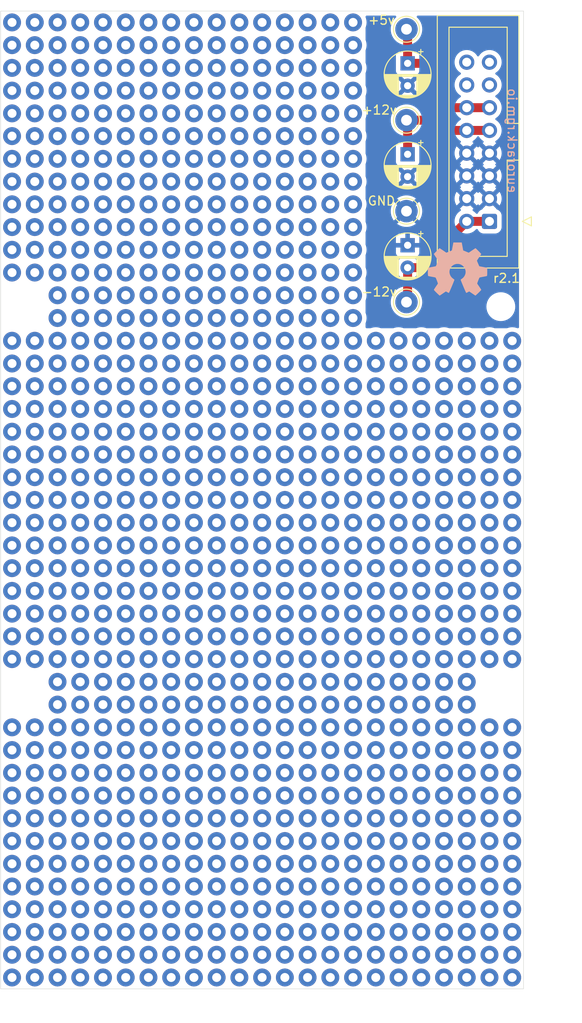
<source format=kicad_pcb>
(kicad_pcb (version 20211014) (generator pcbnew)
  (title_block (title "Eurorack prototype 12HP with power") (date "2022-01-23") (rev "2.1"))
  (layers (0 "F.Cu" signal) (31 "B.Cu" signal) (34 "B.Paste" user) (35 "F.Paste" user) (36 "B.SilkS" user "B.Silkscreen") (37 "F.SilkS" user "F.Silkscreen") (38 "B.Mask" user) (39 "F.Mask" user) (44 "Edge.Cuts" user))
  (net 0 "")
  (net 1 "GND")
  (net 2 "+5V")
  (net 3 "+12V")
  (net 4 "-12V")
  (footprint "eurorack:Pad" (layer "F.Cu") (at 140.97 54.61)
    (fp_text reference "REF**" hide)
    (fp_text value "Pad" hide)
  )
  (footprint "eurorack:Pad" (layer "F.Cu") (at 143.51 54.61)
    (fp_text reference "REF**" hide)
    (fp_text value "Pad" hide)
  )
  (footprint "eurorack:Pad" (layer "F.Cu") (at 146.05 57.15)
    (fp_text reference "REF**" hide)
    (fp_text value "Pad" hide)
  )
  (footprint "eurorack:Pad" (layer "F.Cu") (at 133.35 57.15)
    (fp_text reference "REF**" hide)
    (fp_text value "Pad" hide)
  )
  (footprint "eurorack:Pad" (layer "F.Cu") (at 138.43 57.15)
    (fp_text reference "REF**" hide)
    (fp_text value "Pad" hide)
  )
  (footprint "eurorack:Pad" (layer "F.Cu") (at 135.89 57.15)
    (fp_text reference "REF**" hide)
    (fp_text value "Pad" hide)
  )
  (footprint "eurorack:Pad" (layer "F.Cu") (at 135.89 54.61)
    (fp_text reference "REF**" hide)
    (fp_text value "Pad" hide)
  )
  (footprint "eurorack:Pad" (layer "F.Cu") (at 130.81 57.15)
    (fp_text reference "REF**" hide)
    (fp_text value "Pad" hide)
  )
  (footprint "eurorack:Pad" (layer "F.Cu") (at 130.81 54.61)
    (fp_text reference "REF**" hide)
    (fp_text value "Pad" hide)
  )
  (footprint "eurorack:Pad" (layer "F.Cu") (at 143.51 57.15)
    (fp_text reference "REF**" hide)
    (fp_text value "Pad" hide)
  )
  (footprint "eurorack:Pad" (layer "F.Cu") (at 146.05 54.61)
    (fp_text reference "REF**" hide)
    (fp_text value "Pad" hide)
  )
  (footprint "eurorack:Pad" (layer "F.Cu") (at 140.97 57.15)
    (fp_text reference "REF**" hide)
    (fp_text value "Pad" hide)
  )
  (footprint "eurorack:Pad" (layer "F.Cu") (at 133.35 54.61)
    (fp_text reference "REF**" hide)
    (fp_text value "Pad" hide)
  )
  (footprint "eurorack:Pad" (layer "F.Cu") (at 148.59 54.61)
    (fp_text reference "REF**" hide)
    (fp_text value "Pad" hide)
  )
  (footprint "eurorack:Pad" (layer "F.Cu") (at 138.43 54.61)
    (fp_text reference "REF**" hide)
    (fp_text value "Pad" hide)
  )
  (footprint "eurorack:Pad" (layer "F.Cu") (at 148.59 57.15)
    (fp_text reference "REF**" hide)
    (fp_text value "Pad" hide)
  )
  (footprint "eurorack:Pad" (layer "F.Cu") (at 143.51 69.85)
    (fp_text reference "REF**" hide)
    (fp_text value "Pad" hide)
  )
  (footprint "eurorack:Pad" (layer "F.Cu") (at 130.81 62.23)
    (fp_text reference "REF**" hide)
    (fp_text value "Pad" hide)
  )
  (footprint "eurorack:Pad" (layer "F.Cu") (at 138.43 62.23)
    (fp_text reference "REF**" hide)
    (fp_text value "Pad" hide)
  )
  (footprint "eurorack:Pad" (layer "F.Cu") (at 146.05 72.39)
    (fp_text reference "REF**" hide)
    (fp_text value "Pad" hide)
  )
  (footprint "eurorack:Pad" (layer "F.Cu") (at 143.51 77.47)
    (fp_text reference "REF**" hide)
    (fp_text value "Pad" hide)
  )
  (footprint "eurorack:Pad" (layer "F.Cu") (at 140.97 64.77)
    (fp_text reference "REF**" hide)
    (fp_text value "Pad" hide)
  )
  (footprint "eurorack:Pad" (layer "F.Cu") (at 135.89 59.69)
    (fp_text reference "REF**" hide)
    (fp_text value "Pad" hide)
  )
  (footprint "eurorack:Pad" (layer "F.Cu") (at 140.97 72.39)
    (fp_text reference "REF**" hide)
    (fp_text value "Pad" hide)
  )
  (footprint "eurorack:Pad" (layer "F.Cu") (at 153.67 77.47)
    (fp_text reference "REF**" hide)
    (fp_text value "Pad" hide)
  )
  (footprint "eurorack:Pad" (layer "F.Cu") (at 138.43 59.69)
    (fp_text reference "REF**" hide)
    (fp_text value "Pad" hide)
  )
  (footprint "eurorack:Pad" (layer "F.Cu") (at 143.51 72.39)
    (fp_text reference "REF**" hide)
    (fp_text value "Pad" hide)
  )
  (footprint "eurorack:Pad" (layer "F.Cu") (at 138.43 69.85)
    (fp_text reference "REF**" hide)
    (fp_text value "Pad" hide)
  )
  (footprint "eurorack:Pad" (layer "F.Cu") (at 133.35 59.69)
    (fp_text reference "REF**" hide)
    (fp_text value "Pad" hide)
  )
  (footprint "eurorack:Pad" (layer "F.Cu") (at 148.59 74.93)
    (fp_text reference "REF**" hide)
    (fp_text value "Pad" hide)
  )
  (footprint "eurorack:Pad" (layer "F.Cu") (at 148.59 59.69)
    (fp_text reference "REF**" hide)
    (fp_text value "Pad" hide)
  )
  (footprint "eurorack:Pad" (layer "F.Cu") (at 135.89 77.47)
    (fp_text reference "REF**" hide)
    (fp_text value "Pad" hide)
  )
  (footprint "eurorack:Pad" (layer "F.Cu") (at 148.59 62.23)
    (fp_text reference "REF**" hide)
    (fp_text value "Pad" hide)
  )
  (footprint "eurorack:Pad" (layer "F.Cu") (at 143.51 64.77)
    (fp_text reference "REF**" hide)
    (fp_text value "Pad" hide)
  )
  (footprint "eurorack:Pad" (layer "F.Cu") (at 135.89 74.93)
    (fp_text reference "REF**" hide)
    (fp_text value "Pad" hide)
  )
  (footprint "eurorack:Pad" (layer "F.Cu") (at 146.05 67.31)
    (fp_text reference "REF**" hide)
    (fp_text value "Pad" hide)
  )
  (footprint "eurorack:Pad" (layer "F.Cu") (at 140.97 59.69)
    (fp_text reference "REF**" hide)
    (fp_text value "Pad" hide)
  )
  (footprint "eurorack:Pad" (layer "F.Cu") (at 133.35 62.23)
    (fp_text reference "REF**" hide)
    (fp_text value "Pad" hide)
  )
  (footprint "eurorack:Pad" (layer "F.Cu") (at 130.81 59.69)
    (fp_text reference "REF**" hide)
    (fp_text value "Pad" hide)
  )
  (footprint "eurorack:Pad" (layer "F.Cu") (at 148.59 77.47)
    (fp_text reference "REF**" hide)
    (fp_text value "Pad" hide)
  )
  (footprint "eurorack:Pad" (layer "F.Cu") (at 148.59 69.85)
    (fp_text reference "REF**" hide)
    (fp_text value "Pad" hide)
  )
  (footprint "eurorack:Pad" (layer "F.Cu") (at 146.05 69.85)
    (fp_text reference "REF**" hide)
    (fp_text value "Pad" hide)
  )
  (footprint "eurorack:Pad" (layer "F.Cu") (at 140.97 69.85)
    (fp_text reference "REF**" hide)
    (fp_text value "Pad" hide)
  )
  (footprint "eurorack:Pad" (layer "F.Cu") (at 135.89 72.39)
    (fp_text reference "REF**" hide)
    (fp_text value "Pad" hide)
  )
  (footprint "eurorack:Pad" (layer "F.Cu") (at 135.89 69.85)
    (fp_text reference "REF**" hide)
    (fp_text value "Pad" hide)
  )
  (footprint "eurorack:Pad" (layer "F.Cu") (at 130.81 77.47)
    (fp_text reference "REF**" hide)
    (fp_text value "Pad" hide)
  )
  (footprint "eurorack:Pad" (layer "F.Cu") (at 151.13 77.47)
    (fp_text reference "REF**" hide)
    (fp_text value "Pad" hide)
  )
  (footprint "eurorack:Pad" (layer "F.Cu") (at 151.13 74.93)
    (fp_text reference "REF**" hide)
    (fp_text value "Pad" hide)
  )
  (footprint "eurorack:Pad" (layer "F.Cu") (at 140.97 77.47)
    (fp_text reference "REF**" hide)
    (fp_text value "Pad" hide)
  )
  (footprint "eurorack:Pad" (layer "F.Cu") (at 146.05 59.69)
    (fp_text reference "REF**" hide)
    (fp_text value "Pad" hide)
  )
  (footprint "eurorack:Pad" (layer "F.Cu") (at 138.43 74.93)
    (fp_text reference "REF**" hide)
    (fp_text value "Pad" hide)
  )
  (footprint "eurorack:Pad" (layer "F.Cu") (at 133.35 67.31)
    (fp_text reference "REF**" hide)
    (fp_text value "Pad" hide)
  )
  (footprint "eurorack:Pad" (layer "F.Cu") (at 133.35 77.47)
    (fp_text reference "REF**" hide)
    (fp_text value "Pad" hide)
  )
  (footprint "eurorack:Pad" (layer "F.Cu") (at 138.43 67.31)
    (fp_text reference "REF**" hide)
    (fp_text value "Pad" hide)
  )
  (footprint "eurorack:Pad" (layer "F.Cu") (at 135.89 67.31)
    (fp_text reference "REF**" hide)
    (fp_text value "Pad" hide)
  )
  (footprint "eurorack:Pad" (layer "F.Cu") (at 135.89 64.77)
    (fp_text reference "REF**" hide)
    (fp_text value "Pad" hide)
  )
  (footprint "eurorack:Pad" (layer "F.Cu") (at 130.81 67.31)
    (fp_text reference "REF**" hide)
    (fp_text value "Pad" hide)
  )
  (footprint "eurorack:Pad" (layer "F.Cu") (at 130.81 64.77)
    (fp_text reference "REF**" hide)
    (fp_text value "Pad" hide)
  )
  (footprint "eurorack:Pad" (layer "F.Cu") (at 140.97 74.93)
    (fp_text reference "REF**" hide)
    (fp_text value "Pad" hide)
  )
  (footprint "eurorack:Pad" (layer "F.Cu") (at 135.89 62.23)
    (fp_text reference "REF**" hide)
    (fp_text value "Pad" hide)
  )
  (footprint "eurorack:Pad" (layer "F.Cu") (at 163.83 77.47)
    (fp_text reference "REF**" hide)
    (fp_text value "Pad" hide)
  )
  (footprint "eurorack:Pad" (layer "F.Cu") (at 161.29 77.47)
    (fp_text reference "REF**" hide)
    (fp_text value "Pad" hide)
  )
  (footprint "eurorack:Pad" (layer "F.Cu") (at 143.51 67.31)
    (fp_text reference "REF**" hide)
    (fp_text value "Pad" hide)
  )
  (footprint "eurorack:Pad" (layer "F.Cu") (at 158.75 74.93)
    (fp_text reference "REF**" hide)
    (fp_text value "Pad" hide)
  )
  (footprint "eurorack:Pad" (layer "F.Cu") (at 156.21 77.47)
    (fp_text reference "REF**" hide)
    (fp_text value "Pad" hide)
  )
  (footprint "eurorack:Pad" (layer "F.Cu") (at 146.05 64.77)
    (fp_text reference "REF**" hide)
    (fp_text value "Pad" hide)
  )
  (footprint "eurorack:Pad" (layer "F.Cu") (at 146.05 62.23)
    (fp_text reference "REF**" hide)
    (fp_text value "Pad" hide)
  )
  (footprint "eurorack:Pad" (layer "F.Cu") (at 140.97 62.23)
    (fp_text reference "REF**" hide)
    (fp_text value "Pad" hide)
  )
  (footprint "eurorack:Pad" (layer "F.Cu") (at 138.43 77.47)
    (fp_text reference "REF**" hide)
    (fp_text value "Pad" hide)
  )
  (footprint "eurorack:Pad" (layer "F.Cu") (at 140.97 67.31)
    (fp_text reference "REF**" hide)
    (fp_text value "Pad" hide)
  )
  (footprint "eurorack:Pad" (layer "F.Cu") (at 156.21 74.93)
    (fp_text reference "REF**" hide)
    (fp_text value "Pad" hide)
  )
  (footprint "eurorack:Pad" (layer "F.Cu") (at 146.05 77.47)
    (fp_text reference "REF**" hide)
    (fp_text value "Pad" hide)
  )
  (footprint "eurorack:Pad" (layer "F.Cu") (at 143.51 62.23)
    (fp_text reference "REF**" hide)
    (fp_text value "Pad" hide)
  )
  (footprint "eurorack:Pad" (layer "F.Cu") (at 153.67 74.93)
    (fp_text reference "REF**" hide)
    (fp_text value "Pad" hide)
  )
  (footprint "eurorack:Pad" (layer "F.Cu") (at 158.75 77.47)
    (fp_text reference "REF**" hide)
    (fp_text value "Pad" hide)
  )
  (footprint "eurorack:Pad" (layer "F.Cu") (at 133.35 64.77)
    (fp_text reference "REF**" hide)
    (fp_text value "Pad" hide)
  )
  (footprint "eurorack:Pad" (layer "F.Cu") (at 148.59 72.39)
    (fp_text reference "REF**" hide)
    (fp_text value "Pad" hide)
  )
  (footprint "eurorack:Pad" (layer "F.Cu") (at 146.05 74.93)
    (fp_text reference "REF**" hide)
    (fp_text value "Pad" hide)
  )
  (footprint "eurorack:Pad" (layer "F.Cu") (at 143.51 59.69)
    (fp_text reference "REF**" hide)
    (fp_text value "Pad" hide)
  )
  (footprint "eurorack:Pad" (layer "F.Cu") (at 148.59 64.77)
    (fp_text reference "REF**" hide)
    (fp_text value "Pad" hide)
  )
  (footprint "eurorack:Pad" (layer "F.Cu") (at 138.43 64.77)
    (fp_text reference "REF**" hide)
    (fp_text value "Pad" hide)
  )
  (footprint "eurorack:Pad" (layer "F.Cu") (at 148.59 67.31)
    (fp_text reference "REF**" hide)
    (fp_text value "Pad" hide)
  )
  (footprint "eurorack:Pad" (layer "F.Cu") (at 143.51 74.93)
    (fp_text reference "REF**" hide)
    (fp_text value "Pad" hide)
  )
  (footprint "eurorack:Pad" (layer "F.Cu") (at 138.43 72.39)
    (fp_text reference "REF**" hide)
    (fp_text value "Pad" hide)
  )
  (footprint "eurorack:Pad" (layer "F.Cu") (at 163.83 95.25)
    (fp_text reference "REF**" hide)
    (fp_text value "Pad" hide)
  )
  (footprint "eurorack:Pad" (layer "F.Cu") (at 143.51 92.71)
    (fp_text reference "REF**" hide)
    (fp_text value "Pad" hide)
  )
  (footprint "eurorack:Pad" (layer "F.Cu") (at 148.59 92.71)
    (fp_text reference "REF**" hide)
    (fp_text value "Pad" hide)
  )
  (footprint "eurorack:Pad" (layer "F.Cu") (at 135.89 82.55)
    (fp_text reference "REF**" hide)
    (fp_text value "Pad" hide)
  )
  (footprint "eurorack:Pad" (layer "F.Cu") (at 146.05 92.71)
    (fp_text reference "REF**" hide)
    (fp_text value "Pad" hide)
  )
  (footprint "eurorack:Pad" (layer "F.Cu") (at 158.75 80.01)
    (fp_text reference "REF**" hide)
    (fp_text value "Pad" hide)
  )
  (footprint "eurorack:Pad" (layer "F.Cu") (at 140.97 95.25)
    (fp_text reference "REF**" hide)
    (fp_text value "Pad" hide)
  )
  (footprint "eurorack:Pad" (layer "F.Cu") (at 146.05 95.25)
    (fp_text reference "REF**" hide)
    (fp_text value "Pad" hide)
  )
  (footprint "eurorack:Pad" (layer "F.Cu") (at 133.35 92.71)
    (fp_text reference "REF**" hide)
    (fp_text value "Pad" hide)
  )
  (footprint "eurorack:Pad" (layer "F.Cu") (at 153.67 87.63)
    (fp_text reference "REF**" hide)
    (fp_text value "Pad" hide)
  )
  (footprint "eurorack:Pad" (layer "F.Cu") (at 156.21 80.01)
    (fp_text reference "REF**" hide)
    (fp_text value "Pad" hide)
  )
  (footprint "eurorack:Pad" (layer "F.Cu") (at 133.35 95.25)
    (fp_text reference "REF**" hide)
    (fp_text value "Pad" hide)
  )
  (footprint "eurorack:Pad" (layer "F.Cu") (at 138.43 82.55)
    (fp_text reference "REF**" hide)
    (fp_text value "Pad" hide)
  )
  (footprint "eurorack:Pad" (layer "F.Cu") (at 146.05 82.55)
    (fp_text reference "REF**" hide)
    (fp_text value "Pad" hide)
  )
  (footprint "eurorack:Pad" (layer "F.Cu") (at 156.21 92.71)
    (fp_text reference "REF**" hide)
    (fp_text value "Pad" hide)
  )
  (footprint "eurorack:Pad" (layer "F.Cu") (at 163.83 80.01)
    (fp_text reference "REF**" hide)
    (fp_text value "Pad" hide)
  )
  (footprint "eurorack:Pad" (layer "F.Cu") (at 138.43 97.79)
    (fp_text reference "REF**" hide)
    (fp_text value "Pad" hide)
  )
  (footprint "eurorack:Pad" (layer "F.Cu") (at 161.29 95.25)
    (fp_text reference "REF**" hide)
    (fp_text value "Pad" hide)
  )
  (footprint "eurorack:Pad" (layer "F.Cu") (at 163.83 90.17)
    (fp_text reference "REF**" hide)
    (fp_text value "Pad" hide)
  )
  (footprint "eurorack:Pad" (layer "F.Cu") (at 161.29 90.17)
    (fp_text reference "REF**" hide)
    (fp_text value "Pad" hide)
  )
  (footprint "eurorack:Pad" (layer "F.Cu") (at 151.13 90.17)
    (fp_text reference "REF**" hide)
    (fp_text value "Pad" hide)
  )
  (footprint "eurorack:Pad" (layer "F.Cu") (at 135.89 97.79)
    (fp_text reference "REF**" hide)
    (fp_text value "Pad" hide)
  )
  (footprint "eurorack:Pad" (layer "F.Cu") (at 133.35 80.01)
    (fp_text reference "REF**" hide)
    (fp_text value "Pad" hide)
  )
  (footprint "eurorack:Pad" (layer "F.Cu") (at 130.81 95.25)
    (fp_text reference "REF**" hide)
    (fp_text value "Pad" hide)
  )
  (footprint "eurorack:Pad" (layer "F.Cu") (at 140.97 92.71)
    (fp_text reference "REF**" hide)
    (fp_text value "Pad" hide)
  )
  (footprint "eurorack:Pad" (layer "F.Cu") (at 161.29 82.55)
    (fp_text reference "REF**" hide)
    (fp_text value "Pad" hide)
  )
  (footprint "eurorack:Pad" (layer "F.Cu") (at 153.67 90.17)
    (fp_text reference "REF**" hide)
    (fp_text value "Pad" hide)
  )
  (footprint "eurorack:Pad" (layer "F.Cu") (at 156.21 90.17)
    (fp_text reference "REF**" hide)
    (fp_text value "Pad" hide)
  )
  (footprint "eurorack:Pad" (layer "F.Cu") (at 161.29 80.01)
    (fp_text reference "REF**" hide)
    (fp_text value "Pad" hide)
  )
  (footprint "eurorack:Pad" (layer "F.Cu") (at 135.89 87.63)
    (fp_text reference "REF**" hide)
    (fp_text value "Pad" hide)
  )
  (footprint "eurorack:Pad" (layer "F.Cu") (at 158.75 85.09)
    (fp_text reference "REF**" hide)
    (fp_text value "Pad" hide)
  )
  (footprint "eurorack:Pad" (layer "F.Cu") (at 143.51 87.63)
    (fp_text reference "REF**" hide)
    (fp_text value "Pad" hide)
  )
  (footprint "eurorack:Pad" (layer "F.Cu") (at 133.35 85.09)
    (fp_text reference "REF**" hide)
    (fp_text value "Pad" hide)
  )
  (footprint "eurorack:Pad" (layer "F.Cu") (at 151.13 87.63)
    (fp_text reference "REF**" hide)
    (fp_text value "Pad" hide)
  )
  (footprint "eurorack:Pad" (layer "F.Cu") (at 143.51 97.79)
    (fp_text reference "REF**" hide)
    (fp_text value "Pad" hide)
  )
  (footprint "eurorack:Pad" (layer "F.Cu") (at 156.21 97.79)
    (fp_text reference "REF**" hide)
    (fp_text value "Pad" hide)
  )
  (footprint "eurorack:Pad" (layer "F.Cu") (at 153.67 82.55)
    (fp_text reference "REF**" hide)
    (fp_text value "Pad" hide)
  )
  (footprint "eurorack:Pad" (layer "F.Cu") (at 158.75 90.17)
    (fp_text reference "REF**" hide)
    (fp_text value "Pad" hide)
  )
  (footprint "eurorack:Pad" (layer "F.Cu") (at 143.51 90.17)
    (fp_text reference "REF**" hide)
    (fp_text value "Pad" hide)
  )
  (footprint "eurorack:Pad" (layer "F.Cu") (at 163.83 87.63)
    (fp_text reference "REF**" hide)
    (fp_text value "Pad" hide)
  )
  (footprint "eurorack:Pad" (layer "F.Cu") (at 158.75 95.25)
    (fp_text reference "REF**" hide)
    (fp_text value "Pad" hide)
  )
  (footprint "eurorack:Pad" (layer "F.Cu") (at 156.21 87.63)
    (fp_text reference "REF**" hide)
    (fp_text value "Pad" hide)
  )
  (footprint "eurorack:Pad" (layer "F.Cu") (at 153.67 80.01)
    (fp_text reference "REF**" hide)
    (fp_text value "Pad" hide)
  )
  (footprint "eurorack:Pad" (layer "F.Cu") (at 158.75 97.79)
    (fp_text reference "REF**" hide)
    (fp_text value "Pad" hide)
  )
  (footprint "eurorack:Pad" (layer "F.Cu") (at 158.75 92.71)
    (fp_text reference "REF**" hide)
    (fp_text value "Pad" hide)
  )
  (footprint "eurorack:Pad" (layer "F.Cu") (at 163.83 92.71)
    (fp_text reference "REF**" hide)
    (fp_text value "Pad" hide)
  )
  (footprint "eurorack:Pad" (layer "F.Cu") (at 153.67 95.25)
    (fp_text reference "REF**" hide)
    (fp_text value "Pad" hide)
  )
  (footprint "eurorack:Pad" (layer "F.Cu") (at 138.43 85.09)
    (fp_text reference "REF**" hide)
    (fp_text value "Pad" hide)
  )
  (footprint "eurorack:Pad" (layer "F.Cu") (at 163.83 97.79)
    (fp_text reference "REF**" hide)
    (fp_text value "Pad" hide)
  )
  (footprint "eurorack:Pad" (layer "F.Cu") (at 143.51 80.01)
    (fp_text reference "REF**" hide)
    (fp_text value "Pad" hide)
  )
  (footprint "eurorack:Pad" (layer "F.Cu") (at 146.05 80.01)
    (fp_text reference "REF**" hide)
    (fp_text value "Pad" hide)
  )
  (footprint "eurorack:Pad" (layer "F.Cu") (at 161.29 92.71)
    (fp_text reference "REF**" hide)
    (fp_text value "Pad" hide)
  )
  (footprint "eurorack:Pad" (layer "F.Cu") (at 133.35 87.63)
    (fp_text reference "REF**" hide)
    (fp_text value "Pad" hide)
  )
  (footprint "eurorack:Pad" (layer "F.Cu") (at 138.43 95.25)
    (fp_text reference "REF**" hide)
    (fp_text value "Pad" hide)
  )
  (footprint "eurorack:Pad" (layer "F.Cu") (at 135.89 85.09)
    (fp_text reference "REF**" hide)
    (fp_text value "Pad" hide)
  )
  (footprint "eurorack:Pad" (layer "F.Cu") (at 133.35 97.79)
    (fp_text reference "REF**" hide)
    (fp_text value "Pad" hide)
  )
  (footprint "eurorack:Pad" (layer "F.Cu") (at 135.89 90.17)
    (fp_text reference "REF**" hide)
    (fp_text value "Pad" hide)
  )
  (footprint "eurorack:Pad" (layer "F.Cu") (at 135.89 92.71)
    (fp_text reference "REF**" hide)
    (fp_text value "Pad" hide)
  )
  (footprint "eurorack:Pad" (layer "F.Cu") (at 130.81 87.63)
    (fp_text reference "REF**" hide)
    (fp_text value "Pad" hide)
  )
  (footprint "eurorack:Pad" (layer "F.Cu") (at 140.97 85.09)
    (fp_text reference "REF**" hide)
    (fp_text value "Pad" hide)
  )
  (footprint "eurorack:Pad" (layer "F.Cu") (at 143.51 82.55)
    (fp_text reference "REF**" hide)
    (fp_text value "Pad" hide)
  )
  (footprint "eurorack:Pad" (layer "F.Cu") (at 138.43 90.17)
    (fp_text reference "REF**" hide)
    (fp_text value "Pad" hide)
  )
  (footprint "eurorack:Pad" (layer "F.Cu") (at 148.59 95.25)
    (fp_text reference "REF**" hide)
    (fp_text value "Pad" hide)
  )
  (footprint "eurorack:Pad" (layer "F.Cu") (at 163.83 85.09)
    (fp_text reference "REF**" hide)
    (fp_text value "Pad" hide)
  )
  (footprint "eurorack:Pad" (layer "F.Cu") (at 153.67 92.71)
    (fp_text reference "REF**" hide)
    (fp_text value "Pad" hide)
  )
  (footprint "eurorack:Pad" (layer "F.Cu") (at 158.75 87.63)
    (fp_text reference "REF**" hide)
    (fp_text value "Pad" hide)
  )
  (footprint "eurorack:Pad" (layer "F.Cu") (at 156.21 95.25)
    (fp_text reference "REF**" hide)
    (fp_text value "Pad" hide)
  )
  (footprint "eurorack:Pad" (layer "F.Cu") (at 148.59 80.01)
    (fp_text reference "REF**" hide)
    (fp_text value "Pad" hide)
  )
  (footprint "eurorack:Pad" (layer "F.Cu") (at 130.81 85.09)
    (fp_text reference "REF**" hide)
    (fp_text value "Pad" hide)
  )
  (footprint "eurorack:Pad" (layer "F.Cu") (at 133.35 90.17)
    (fp_text reference "REF**" hide)
    (fp_text value "Pad" hide)
  )
  (footprint "eurorack:Pad" (layer "F.Cu") (at 146.05 85.09)
    (fp_text reference "REF**" hide)
    (fp_text value "Pad" hide)
  )
  (footprint "eurorack:Pad" (layer "F.Cu") (at 140.97 82.55)
    (fp_text reference "REF**" hide)
    (fp_text value "Pad" hide)
  )
  (footprint "eurorack:Pad" (layer "F.Cu") (at 135.89 95.25)
    (fp_text reference "REF**" hide)
    (fp_text value "Pad" hide)
  )
  (footprint "eurorack:Pad" (layer "F.Cu") (at 151.13 92.71)
    (fp_text reference "REF**" hide)
    (fp_text value "Pad" hide)
  )
  (footprint "eurorack:Pad" (layer "F.Cu") (at 138.43 80.01)
    (fp_text reference "REF**" hide)
    (fp_text value "Pad" hide)
  )
  (footprint "eurorack:Pad" (layer "F.Cu") (at 163.83 82.55)
    (fp_text reference "REF**" hide)
    (fp_text value "Pad" hide)
  )
  (footprint "eurorack:Pad" (layer "F.Cu") (at 161.29 87.63)
    (fp_text reference "REF**" hide)
    (fp_text value "Pad" hide)
  )
  (footprint "eurorack:Pad" (layer "F.Cu") (at 146.05 87.63)
    (fp_text reference "REF**" hide)
    (fp_text value "Pad" hide)
  )
  (footprint "eurorack:Pad" (layer "F.Cu") (at 138.43 87.63)
    (fp_text reference "REF**" hide)
    (fp_text value "Pad" hide)
  )
  (footprint "eurorack:Pad" (layer "F.Cu") (at 156.21 82.55)
    (fp_text reference "REF**" hide)
    (fp_text value "Pad" hide)
  )
  (footprint "eurorack:Pad" (layer "F.Cu") (at 158.75 82.55)
    (fp_text reference "REF**" hide)
    (fp_text value "Pad" hide)
  )
  (footprint "eurorack:Pad" (layer "F.Cu") (at 148.59 97.79)
    (fp_text reference "REF**" hide)
    (fp_text value "Pad" hide)
  )
  (footprint "eurorack:Pad" (layer "F.Cu") (at 140.97 97.79)
    (fp_text reference "REF**" hide)
    (fp_text value "Pad" hide)
  )
  (footprint "eurorack:Pad" (layer "F.Cu") (at 161.29 97.79)
    (fp_text reference "REF**" hide)
    (fp_text value "Pad" hide)
  )
  (footprint "eurorack:Pad" (layer "F.Cu") (at 148.59 82.55)
    (fp_text reference "REF**" hide)
    (fp_text value "Pad" hide)
  )
  (footprint "eurorack:Pad" (layer "F.Cu") (at 138.43 92.71)
    (fp_text reference "REF**" hide)
    (fp_text value "Pad" hide)
  )
  (footprint "eurorack:Pad" (layer "F.Cu") (at 151.13 82.55)
    (fp_text reference "REF**" hide)
    (fp_text value "Pad" hide)
  )
  (footprint "eurorack:Pad" (layer "F.Cu") (at 130.81 92.71)
    (fp_text reference "REF**" hide)
    (fp_text value "Pad" hide)
  )
  (footprint "eurorack:Pad" (layer "F.Cu") (at 148.59 87.63)
    (fp_text reference "REF**" hide)
    (fp_text value "Pad" hide)
  )
  (footprint "eurorack:Pad" (layer "F.Cu") (at 140.97 90.17)
    (fp_text reference "REF**" hide)
    (fp_text value "Pad" hide)
  )
  (footprint "eurorack:Pad" (layer "F.Cu") (at 151.13 85.09)
    (fp_text reference "REF**" hide)
    (fp_text value "Pad" hide)
  )
  (footprint "eurorack:Pad" (layer "F.Cu") (at 146.05 90.17)
    (fp_text reference "REF**" hide)
    (fp_text value "Pad" hide)
  )
  (footprint "eurorack:Pad" (layer "F.Cu") (at 148.59 90.17)
    (fp_text reference "REF**" hide)
    (fp_text value "Pad" hide)
  )
  (footprint "eurorack:Pad" (layer "F.Cu") (at 130.81 82.55)
    (fp_text reference "REF**" hide)
    (fp_text value "Pad" hide)
  )
  (footprint "eurorack:Pad" (layer "F.Cu") (at 143.51 85.09)
    (fp_text reference "REF**" hide)
    (fp_text value "Pad" hide)
  )
  (footprint "eurorack:Pad" (layer "F.Cu") (at 130.81 80.01)
    (fp_text reference "REF**" hide)
    (fp_text value "Pad" hide)
  )
  (footprint "eurorack:Pad" (layer "F.Cu") (at 161.29 85.09)
    (fp_text reference "REF**" hide)
    (fp_text value "Pad" hide)
  )
  (footprint "eurorack:Pad" (layer "F.Cu") (at 156.21 85.09)
    (fp_text reference "REF**" hide)
    (fp_text value "Pad" hide)
  )
  (footprint "eurorack:Pad" (layer "F.Cu") (at 133.35 82.55)
    (fp_text reference "REF**" hide)
    (fp_text value "Pad" hide)
  )
  (footprint "eurorack:Pad" (layer "F.Cu") (at 140.97 80.01)
    (fp_text reference "REF**" hide)
    (fp_text value "Pad" hide)
  )
  (footprint "eurorack:Pad" (layer "F.Cu") (at 151.13 95.25)
    (fp_text reference "REF**" hide)
    (fp_text value "Pad" hide)
  )
  (footprint "eurorack:Pad" (layer "F.Cu") (at 151.13 80.01)
    (fp_text reference "REF**" hide)
    (fp_text value "Pad" hide)
  )
  (footprint "eurorack:Pad" (layer "F.Cu") (at 130.81 97.79)
    (fp_text reference "REF**" hide)
    (fp_text value "Pad" hide)
  )
  (footprint "eurorack:Pad" (layer "F.Cu") (at 140.97 87.63)
    (fp_text reference "REF**" hide)
    (fp_text value "Pad" hide)
  )
  (footprint "eurorack:Pad" (layer "F.Cu") (at 153.67 97.79)
    (fp_text reference "REF**" hide)
    (fp_text value "Pad" hide)
  )
  (footprint "eurorack:Pad" (layer "F.Cu") (at 151.13 97.79)
    (fp_text reference "REF**" hide)
    (fp_text value "Pad" hide)
  )
  (footprint "eurorack:Pad" (layer "F.Cu") (at 153.67 85.09)
    (fp_text reference "REF**" hide)
    (fp_text value "Pad" hide)
  )
  (footprint "eurorack:Pad" (layer "F.Cu") (at 148.59 85.09)
    (fp_text reference "REF**" hide)
    (fp_text value "Pad" hide)
  )
  (footprint "eurorack:Pad" (layer "F.Cu") (at 146.05 97.79)
    (fp_text reference "REF**" hide)
    (fp_text value "Pad" hide)
  )
  (footprint "eurorack:Pad" (layer "F.Cu") (at 130.81 90.17)
    (fp_text reference "REF**" hide)
    (fp_text value "Pad" hide)
  )
  (footprint "eurorack:Pad" (layer "F.Cu") (at 143.51 95.25)
    (fp_text reference "REF**" hide)
    (fp_text value "Pad" hide)
  )
  (footprint "eurorack:Pad" (layer "F.Cu") (at 135.89 80.01)
    (fp_text reference "REF**" hide)
    (fp_text value "Pad" hide)
  )
  (footprint "eurorack:Pad" (layer "F.Cu") (at 135.89 105.41)
    (fp_text reference "REF**" hide)
    (fp_text value "Pad" hide)
  )
  (footprint "eurorack:Pad" (layer "F.Cu") (at 133.35 102.87)
    (fp_text reference "REF**" hide)
    (fp_text value "Pad" hide)
  )
  (footprint "eurorack:Pad" (layer "F.Cu") (at 140.97 113.03)
    (fp_text reference "REF**" hide)
    (fp_text value "Pad" hide)
  )
  (footprint "eurorack:Pad" (layer "F.Cu") (at 133.35 100.33)
    (fp_text reference "REF**" hide)
    (fp_text value "Pad" hide)
  )
  (footprint "eurorack:Pad" (layer "F.Cu") (at 140.97 110.49)
    (fp_text reference "REF**" hide)
    (fp_text value "Pad" hide)
  )
  (footprint "eurorack:Pad" (layer "F.Cu") (at 135.89 113.03)
    (fp_text reference "REF**" hide)
    (fp_text value "Pad" hide)
  )
  (footprint "eurorack:Pad" (layer "F.Cu") (at 130.81 102.87)
    (fp_text reference "REF**" hide)
    (fp_text value "Pad" hide)
  )
  (footprint "eurorack:Pad" (layer "F.Cu") (at 158.75 113.03)
    (fp_text reference "REF**" hide)
    (fp_text value "Pad" hide)
  )
  (footprint "eurorack:Pad" (layer "F.Cu") (at 138.43 113.03)
    (fp_text reference "REF**" hide)
    (fp_text value "Pad" hide)
  )
  (footprint "eurorack:Pad" (layer "F.Cu") (at 130.81 107.95)
    (fp_text reference "REF**" hide)
    (fp_text value "Pad" hide)
  )
  (footprint "eurorack:Pad" (layer "F.Cu") (at 146.05 113.03)
    (fp_text reference "REF**" hide)
    (fp_text value "Pad" hide)
  )
  (footprint "eurorack:Pad" (layer "F.Cu") (at 143.51 105.41)
    (fp_text reference "REF**" hide)
    (fp_text value "Pad" hide)
  )
  (footprint "eurorack:Pad" (layer "F.Cu") (at 143.51 110.49)
    (fp_text reference "REF**" hide)
    (fp_text value "Pad" hide)
  )
  (footprint "eurorack:Pad" (layer "F.Cu") (at 156.21 100.33)
    (fp_text reference "REF**" hide)
    (fp_text value "Pad" hide)
  )
  (footprint "eurorack:Pad" (layer "F.Cu") (at 138.43 105.41)
    (fp_text reference "REF**" hide)
    (fp_text value "Pad" hide)
  )
  (footprint "eurorack:Pad" (layer "F.Cu") (at 151.13 107.95)
    (fp_text reference "REF**" hide)
    (fp_text value "Pad" hide)
  )
  (footprint "eurorack:Pad" (layer "F.Cu") (at 133.35 105.41)
    (fp_text reference "REF**" hide)
    (fp_text value "Pad" hide)
  )
  (footprint "eurorack:Pad" (layer "F.Cu") (at 161.29 100.33)
    (fp_text reference "REF**" hide)
    (fp_text value "Pad" hide)
  )
  (footprint "eurorack:Pad" (layer "F.Cu") (at 163.83 107.95)
    (fp_text reference "REF**" hide)
    (fp_text value "Pad" hide)
  )
  (footprint "eurorack:Pad" (layer "F.Cu") (at 163.83 100.33)
    (fp_text reference "REF**" hide)
    (fp_text value "Pad" hide)
  )
  (footprint "eurorack:Pad" (layer "F.Cu") (at 140.97 100.33)
    (fp_text reference "REF**" hide)
    (fp_text value "Pad" hide)
  )
  (footprint "eurorack:Pad" (layer "F.Cu") (at 146.05 107.95)
    (fp_text reference "REF**" hide)
    (fp_text value "Pad" hide)
  )
  (footprint "eurorack:Pad" (layer "F.Cu") (at 138.43 110.49)
    (fp_text reference "REF**" hide)
    (fp_text value "Pad" hide)
  )
  (footprint "eurorack:Pad" (layer "F.Cu") (at 158.75 100.33)
    (fp_text reference "REF**" hide)
    (fp_text value "Pad" hide)
  )
  (footprint "eurorack:Pad" (layer "F.Cu") (at 135.89 102.87)
    (fp_text reference "REF**" hide)
    (fp_text value "Pad" hide)
  )
  (footprint "eurorack:Pad" (layer "F.Cu") (at 151.13 110.49)
    (fp_text reference "REF**" hide)
    (fp_text value "Pad" hide)
  )
  (footprint "eurorack:Pad" (layer "F.Cu") (at 148.59 107.95)
    (fp_text reference "REF**" hide)
    (fp_text value "Pad" hide)
  )
  (footprint "eurorack:Pad" (layer "F.Cu") (at 148.59 105.41)
    (fp_text reference "REF**" hide)
    (fp_text value "Pad" hide)
  )
  (footprint "eurorack:Pad" (layer "F.Cu") (at 148.59 100.33)
    (fp_text reference "REF**" hide)
    (fp_text value "Pad" hide)
  )
  (footprint "eurorack:Pad" (layer "F.Cu") (at 146.05 110.49)
    (fp_text reference "REF**" hide)
    (fp_text value "Pad" hide)
  )
  (footprint "eurorack:Pad" (layer "F.Cu") (at 148.59 102.87)
    (fp_text reference "REF**" hide)
    (fp_text value "Pad" hide)
  )
  (footprint "eurorack:Pad" (layer "F.Cu") (at 140.97 102.87)
    (fp_text reference "REF**" hide)
    (fp_text value "Pad" hide)
  )
  (footprint "eurorack:Pad" (layer "F.Cu") (at 135.89 107.95)
    (fp_text reference "REF**" hide)
    (fp_text value "Pad" hide)
  )
  (footprint "eurorack:Pad" (layer "F.Cu") (at 153.67 105.41)
    (fp_text reference "REF**" hide)
    (fp_text value "Pad" hide)
  )
  (footprint "eurorack:Pad" (layer "F.Cu") (at 161.29 102.87)
    (fp_text reference "REF**" hide)
    (fp_text value "Pad" hide)
  )
  (footprint "eurorack:Pad" (layer "F.Cu") (at 146.05 102.87)
    (fp_text reference "REF**" hide)
    (fp_text value "Pad" hide)
  )
  (footprint "eurorack:Pad" (layer "F.Cu") (at 158.75 107.95)
    (fp_text reference "REF**" hide)
    (fp_text value "Pad" hide)
  )
  (footprint "eurorack:Pad" (layer "F.Cu") (at 148.59 110.49)
    (fp_text reference "REF**" hide)
    (fp_text value "Pad" hide)
  )
  (footprint "eurorack:Pad" (layer "F.Cu") (at 161.29 115.57)
    (fp_text reference "REF**" hide)
    (fp_text value "Pad" hide)
  )
  (footprint "eurorack:Pad" (layer "F.Cu") (at 151.13 113.03)
    (fp_text reference "REF**" hide)
    (fp_text value "Pad" hide)
  )
  (footprint "eurorack:Pad" (layer "F.Cu") (at 138.43 115.57)
    (fp_text reference "REF**" hide)
    (fp_text value "Pad" hide)
  )
  (footprint "eurorack:Pad" (layer "F.Cu") (at 130.81 100.33)
    (fp_text reference "REF**" hide)
    (fp_text value "Pad" hide)
  )
  (footprint "eurorack:Pad" (layer "F.Cu") (at 143.51 115.57)
    (fp_text reference "REF**" hide)
    (fp_text value "Pad" hide)
  )
  (footprint "eurorack:Pad" (layer "F.Cu") (at 153.67 110.49)
    (fp_text reference "REF**" hide)
    (fp_text value "Pad" hide)
  )
  (footprint "eurorack:Pad" (layer "F.Cu") (at 146.05 115.57)
    (fp_text reference "REF**" hide)
    (fp_text value "Pad" hide)
  )
  (footprint "eurorack:Pad" (layer "F.Cu") (at 153.67 113.03)
    (fp_text reference "REF**" hide)
    (fp_text value "Pad" hide)
  )
  (footprint "eurorack:Pad" (layer "F.Cu") (at 156.21 105.41)
    (fp_text reference "REF**" hide)
    (fp_text value "Pad" hide)
  )
  (footprint "eurorack:Pad" (layer "F.Cu") (at 146.05 105.41)
    (fp_text reference "REF**" hide)
    (fp_text value "Pad" hide)
  )
  (footprint "eurorack:Pad" (layer "F.Cu") (at 140.97 105.41)
    (fp_text reference "REF**" hide)
    (fp_text value "Pad" hide)
  )
  (footprint "eurorack:Pad" (layer "F.Cu") (at 143.51 113.03)
    (fp_text reference "REF**" hide)
    (fp_text value "Pad" hide)
  )
  (footprint "eurorack:Pad" (layer "F.Cu") (at 135.89 110.49)
    (fp_text reference "REF**" hide)
    (fp_text value "Pad" hide)
  )
  (footprint "eurorack:Pad" (layer "F.Cu") (at 130.81 105.41)
    (fp_text reference "REF**" hide)
    (fp_text value "Pad" hide)
  )
  (footprint "eurorack:Pad" (layer "F.Cu") (at 153.67 102.87)
    (fp_text reference "REF**" hide)
    (fp_text value "Pad" hide)
  )
  (footprint "eurorack:Pad" (layer "F.Cu") (at 143.51 100.33)
    (fp_text reference "REF**" hide)
    (fp_text value "Pad" hide)
  )
  (footprint "eurorack:Pad" (layer "F.Cu") (at 146.05 100.33)
    (fp_text reference "REF**" hide)
    (fp_text value "Pad" hide)
  )
  (footprint "eurorack:Pad" (layer "F.Cu") (at 138.43 102.87)
    (fp_text reference "REF**" hide)
    (fp_text value "Pad" hide)
  )
  (footprint "eurorack:Pad" (layer "F.Cu") (at 156.21 110.49)
    (fp_text reference "REF**" hide)
    (fp_text value "Pad" hide)
  )
  (footprint "eurorack:Pad" (layer "F.Cu") (at 138.43 100.33)
    (fp_text reference "REF**" hide)
    (fp_text value "Pad" hide)
  )
  (footprint "eurorack:Pad" (layer "F.Cu") (at 151.13 105.41)
    (fp_text reference "REF**" hide)
    (fp_text value "Pad" hide)
  )
  (footprint "eurorack:Pad" (layer "F.Cu") (at 148.59 113.03)
    (fp_text reference "REF**" hide)
    (fp_text value "Pad" hide)
  )
  (footprint "eurorack:Pad" (layer "F.Cu") (at 153.67 100.33)
    (fp_text reference "REF**" hide)
    (fp_text value "Pad" hide)
  )
  (footprint "eurorack:Pad" (layer "F.Cu") (at 156.21 107.95)
    (fp_text reference "REF**" hide)
    (fp_text value "Pad" hide)
  )
  (footprint "eurorack:Pad" (layer "F.Cu") (at 156.21 113.03)
    (fp_text reference "REF**" hide)
    (fp_text value "Pad" hide)
  )
  (footprint "eurorack:Pad" (layer "F.Cu") (at 153.67 115.57)
    (fp_text reference "REF**" hide)
    (fp_text value "Pad" hide)
  )
  (footprint "eurorack:Pad" (layer "F.Cu") (at 140.97 107.95)
    (fp_text reference "REF**" hide)
    (fp_text value "Pad" hide)
  )
  (footprint "eurorack:Pad" (layer "F.Cu") (at 143.51 107.95)
    (fp_text reference "REF**" hide)
    (fp_text value "Pad" hide)
  )
  (footprint "eurorack:Pad" (layer "F.Cu") (at 153.67 107.95)
    (fp_text reference "REF**" hide)
    (fp_text value "Pad" hide)
  )
  (footprint "eurorack:Pad" (layer "F.Cu") (at 163.83 102.87)
    (fp_text reference "REF**" hide)
    (fp_text value "Pad" hide)
  )
  (footprint "eurorack:Pad" (layer "F.Cu") (at 143.51 102.87)
    (fp_text reference "REF**" hide)
    (fp_text value "Pad" hide)
  )
  (footprint "eurorack:Pad" (layer "F.Cu") (at 158.75 105.41)
    (fp_text reference "REF**" hide)
    (fp_text value "Pad" hide)
  )
  (footprint "eurorack:Pad" (layer "F.Cu") (at 135.89 115.57)
    (fp_text reference "REF**" hide)
    (fp_text value "Pad" hide)
  )
  (footprint "eurorack:Pad" (layer "F.Cu") (at 151.13 115.57)
    (fp_text reference "REF**" hide)
    (fp_text value "Pad" hide)
  )
  (footprint "eurorack:Pad" (layer "F.Cu") (at 148.59 115.57)
    (fp_text reference "REF**" hide)
    (fp_text value "Pad" hide)
  )
  (footprint "eurorack:Pad" (layer "F.Cu") (at 151.13 102.87)
    (fp_text reference "REF**" hide)
    (fp_text value "Pad" hide)
  )
  (footprint "eurorack:Pad" (layer "F.Cu") (at 151.13 100.33)
    (fp_text reference "REF**" hide)
    (fp_text value "Pad" hide)
  )
  (footprint "eurorack:Pad" (layer "F.Cu") (at 161.29 105.41)
    (fp_text reference "REF**" hide)
    (fp_text value "Pad" hide)
  )
  (footprint "eurorack:Pad" (layer "F.Cu") (at 140.97 115.57)
    (fp_text reference "REF**" hide)
    (fp_text value "Pad" hide)
  )
  (footprint "eurorack:Pad" (layer "F.Cu") (at 138.43 107.95)
    (fp_text reference "REF**" hide)
    (fp_text value "Pad" hide)
  )
  (footprint "eurorack:Pad" (layer "F.Cu") (at 158.75 102.87)
    (fp_text reference "REF**" hide)
    (fp_text value "Pad" hide)
  )
  (footprint "eurorack:Pad" (layer "F.Cu") (at 163.83 105.41)
    (fp_text reference "REF**" hide)
    (fp_text value "Pad" hide)
  )
  (footprint "eurorack:Pad" (layer "F.Cu") (at 161.29 107.95)
    (fp_text reference "REF**" hide)
    (fp_text value "Pad" hide)
  )
  (footprint "eurorack:Pad" (layer "F.Cu") (at 133.35 107.95)
    (fp_text reference "REF**" hide)
    (fp_text value "Pad" hide)
  )
  (footprint "eurorack:Pad" (layer "F.Cu") (at 158.75 115.57)
    (fp_text reference "REF**" hide)
    (fp_text value "Pad" hide)
  )
  (footprint "eurorack:Pad" (layer "F.Cu") (at 135.89 100.33)
    (fp_text reference "REF**" hide)
    (fp_text value "Pad" hide)
  )
  (footprint "eurorack:Pad" (layer "F.Cu") (at 158.75 110.49)
    (fp_text reference "REF**" hide)
    (fp_text value "Pad" hide)
  )
  (footprint "eurorack:Pad" (layer "F.Cu") (at 156.21 102.87)
    (fp_text reference "REF**" hide)
    (fp_text value "Pad" hide)
  )
  (footprint "eurorack:Pad" (layer "F.Cu") (at 156.21 115.57)
    (fp_text reference "REF**" hide)
    (fp_text value "Pad" hide)
  )
  (footprint "eurorack:Pad" (layer "F.Cu") (at 140.97 133.35)
    (fp_text reference "REF**" hide)
    (fp_text value "Pad" hide)
  )
  (footprint "eurorack:Pad" (layer "F.Cu") (at 148.59 128.27)
    (fp_text reference "REF**" hide)
    (fp_text value "Pad" hide)
  )
  (footprint "eurorack:Pad" (layer "F.Cu") (at 148.59 130.81)
    (fp_text reference "REF**" hide)
    (fp_text value "Pad" hide)
  )
  (footprint "eurorack:Pad" (layer "F.Cu") (at 135.89 123.19)
    (fp_text reference "REF**" hide)
    (fp_text value "Pad" hide)
  )
  (footprint "eurorack:Pad" (layer "F.Cu") (at 135.89 130.81)
    (fp_text reference "REF**" hide)
    (fp_text value "Pad" hide)
  )
  (footprint "eurorack:Pad" (layer "F.Cu") (at 146.05 135.89)
    (fp_text reference "REF**" hide)
    (fp_text value "Pad" hide)
  )
  (footprint "eurorack:Pad" (layer "F.Cu") (at 140.97 128.27)
    (fp_text reference "REF**" hide)
    (fp_text value "Pad" hide)
  )
  (footprint "eurorack:Pad" (layer "F.Cu") (at 156.21 128.27)
    (fp_text reference "REF**" hide)
    (fp_text value "Pad" hide)
  )
  (footprint "eurorack:Pad" (layer "F.Cu") (at 158.75 125.73)
    (fp_text reference "REF**" hide)
    (fp_text value "Pad" hide)
  )
  (footprint "eurorack:Pad" (layer "F.Cu") (at 161.29 133.35)
    (fp_text reference "REF**" hide)
    (fp_text value "Pad" hide)
  )
  (footprint "eurorack:Pad" (layer "F.Cu") (at 156.21 133.35)
    (fp_text reference "REF**" hide)
    (fp_text value "Pad" hide)
  )
  (footprint "eurorack:Pad" (layer "F.Cu") (at 143.51 135.89)
    (fp_text reference "REF**" hide)
    (fp_text value "Pad" hide)
  )
  (footprint "eurorack:Pad" (layer "F.Cu") (at 130.81 135.89)
    (fp_text reference "REF**" hide)
    (fp_text value "Pad" hide)
  )
  (footprint "eurorack:Pad" (layer "F.Cu") (at 156.21 118.11)
    (fp_text reference "REF**" hide)
    (fp_text value "Pad" hide)
  )
  (footprint "eurorack:Pad" (layer "F.Cu") (at 138.43 118.11)
    (fp_text reference "REF**" hide)
    (fp_text value "Pad" hide)
  )
  (footprint "eurorack:Pad" (layer "F.Cu") (at 153.67 125.73)
    (fp_text reference "REF**" hide)
    (fp_text value "Pad" hide)
  )
  (footprint "eurorack:Pad" (layer "F.Cu") (at 158.75 118.11)
    (fp_text reference "REF**" hide)
    (fp_text value "Pad" hide)
  )
  (footprint "eurorack:Pad" (layer "F.Cu") (at 138.43 128.27)
    (fp_text reference "REF**" hide)
    (fp_text value "Pad" hide)
  )
  (footprint "eurorack:Pad" (layer "F.Cu") (at 146.05 125.73)
    (fp_text reference "REF**" hide)
    (fp_text value "Pad" hide)
  )
  (footprint "eurorack:Pad" (layer "F.Cu") (at 151.13 118.11)
    (fp_text reference "REF**" hide)
    (fp_text value "Pad" hide)
  )
  (footprint "eurorack:Pad" (layer "F.Cu") (at 135.89 135.89)
    (fp_text reference "REF**" hide)
    (fp_text value "Pad" hide)
  )
  (footprint "eurorack:Pad" (layer "F.Cu") (at 135.89 125.73)
    (fp_text reference "REF**" hide)
    (fp_text value "Pad" hide)
  )
  (footprint "eurorack:Pad" (layer "F.Cu") (at 138.43 120.65)
    (fp_text reference "REF**" hide)
    (fp_text value "Pad" hide)
  )
  (footprint "eurorack:Pad" (layer "F.Cu") (at 161.29 128.27)
    (fp_text reference "REF**" hide)
    (fp_text value "Pad" hide)
  )
  (footprint "eurorack:Pad" (layer "F.Cu") (at 153.67 128.27)
    (fp_text reference "REF**" hide)
    (fp_text value "Pad" hide)
  )
  (footprint "eurorack:Pad" (layer "F.Cu") (at 163.83 130.81)
    (fp_text reference "REF**" hide)
    (fp_text value "Pad" hide)
  )
  (footprint "eurorack:Pad" (layer "F.Cu") (at 148.59 133.35)
    (fp_text reference "REF**" hide)
    (fp_text value "Pad" hide)
  )
  (footprint "eurorack:Pad" (layer "F.Cu") (at 163.83 118.11)
    (fp_text reference "REF**" hide)
    (fp_text value "Pad" hide)
  )
  (footprint "eurorack:Pad" (layer "F.Cu") (at 138.43 125.73)
    (fp_text reference "REF**" hide)
    (fp_text value "Pad" hide)
  )
  (footprint "eurorack:Pad" (layer "F.Cu") (at 133.35 128.27)
    (fp_text reference "REF**" hide)
    (fp_text value "Pad" hide)
  )
  (footprint "eurorack:Pad" (layer "F.Cu") (at 135.89 120.65)
    (fp_text reference "REF**" hide)
    (fp_text value "Pad" hide)
  )
  (footprint "eurorack:Pad" (layer "F.Cu") (at 143.51 120.65)
    (fp_text reference "REF**" hide)
    (fp_text value "Pad" hide)
  )
  (footprint "eurorack:Pad" (layer "F.Cu") (at 153.67 130.81)
    (fp_text reference "REF**" hide)
    (fp_text value "Pad" hide)
  )
  (footprint "eurorack:Pad" (layer "F.Cu") (at 133.35 135.89)
    (fp_text reference "REF**" hide)
    (fp_text value "Pad" hide)
  )
  (footprint "eurorack:Pad" (layer "F.Cu") (at 146.05 120.65)
    (fp_text reference "REF**" hide)
    (fp_text value "Pad" hide)
  )
  (footprint "eurorack:Pad" (layer "F.Cu") (at 156.21 135.89)
    (fp_text reference "REF**" hide)
    (fp_text value "Pad" hide)
  )
  (footprint "eurorack:Pad" (layer "F.Cu") (at 140.97 125.73)
    (fp_text reference "REF**" hide)
    (fp_text value "Pad" hide)
  )
  (footprint "eurorack:Pad" (layer "F.Cu") (at 148.59 123.19)
    (fp_text reference "REF**" hide)
    (fp_text value "Pad" hide)
  )
  (footprint "eurorack:Pad" (layer "F.Cu") (at 148.59 125.73)
    (fp_text reference "REF**" hide)
    (fp_text value "Pad" hide)
  )
  (footprint "eurorack:Pad" (layer "F.Cu") (at 130.81 120.65)
    (fp_text reference "REF**" hide)
    (fp_text value "Pad" hide)
  )
  (footprint "eurorack:Pad" (layer "F.Cu") (at 143.51 130.81)
    (fp_text reference "REF**" hide)
    (fp_text value "Pad" hide)
  )
  (footprint "eurorack:Pad" (layer "F.Cu") (at 156.21 125.73)
    (fp_text reference "REF**" hide)
    (fp_text value "Pad" hide)
  )
  (footprint "eurorack:Pad" (layer "F.Cu") (at 163.83 128.27)
    (fp_text reference "REF**" hide)
    (fp_text value "Pad" hide)
  )
  (footprint "eurorack:Pad" (layer "F.Cu") (at 130.81 123.19)
    (fp_text reference "REF**" hide)
    (fp_text value "Pad" hide)
  )
  (footprint "eurorack:Pad" (layer "F.Cu") (at 158.75 120.65)
    (fp_text reference "REF**" hide)
    (fp_text value "Pad" hide)
  )
  (footprint "eurorack:Pad" (layer "F.Cu") (at 140.97 135.89)
    (fp_text reference "REF**" hide)
    (fp_text value "Pad" hide)
  )
  (footprint "eurorack:Pad" (layer "F.Cu") (at 156.21 120.65)
    (fp_text reference "REF**" hide)
    (fp_text value "Pad" hide)
  )
  (footprint "eurorack:Pad" (layer "F.Cu") (at 133.35 123.19)
    (fp_text reference "REF**" hide)
    (fp_text value "Pad" hide)
  )
  (footprint "eurorack:Pad" (layer "F.Cu") (at 151.13 125.73)
    (fp_text reference "REF**" hide)
    (fp_text value "Pad" hide)
  )
  (footprint "eurorack:Pad" (layer "F.Cu") (at 140.97 118.11)
    (fp_text reference "REF**" hide)
    (fp_text value "Pad" hide)
  )
  (footprint "eurorack:Pad" (layer "F.Cu") (at 146.05 130.81)
    (fp_text reference "REF**" hide)
    (fp_text value "Pad" hide)
  )
  (footprint "eurorack:Pad" (layer "F.Cu") (at 151.13 128.27)
    (fp_text reference "REF**" hide)
    (fp_text value "Pad" hide)
  )
  (footprint "eurorack:Pad" (layer "F.Cu") (at 153.67 123.19)
    (fp_text reference "REF**" hide)
    (fp_text value "Pad" hide)
  )
  (footprint "eurorack:Pad" (layer "F.Cu") (at 133.35 125.73)
    (fp_text reference "REF**" hide)
    (fp_text value "Pad" hide)
  )
  (footprint "eurorack:Pad" (layer "F.Cu") (at 153.67 135.89)
    (fp_text reference "REF**" hide)
    (fp_text value "Pad" hide)
  )
  (footprint "eurorack:Pad" (layer "F.Cu") (at 140.97 123.19)
    (fp_text reference "REF**" hide)
    (fp_text value "Pad" hide)
  )
  (footprint "eurorack:Pad" (layer "F.Cu") (at 163.83 135.89)
    (fp_text reference "REF**" hide)
    (fp_text value "Pad" hide)
  )
  (footprint "eurorack:Pad" (layer "F.Cu") (at 148.59 135.89)
    (fp_text reference "REF**" hide)
    (fp_text value "Pad" hide)
  )
  (footprint "eurorack:Pad" (layer "F.Cu") (at 163.83 123.19)
    (fp_text reference "REF**" hide)
    (fp_text value "Pad" hide)
  )
  (footprint "eurorack:Pad" (layer "F.Cu") (at 151.13 120.65)
    (fp_text reference "REF**" hide)
    (fp_text value "Pad" hide)
  )
  (footprint "eurorack:Pad" (layer "F.Cu") (at 163.83 120.65)
    (fp_text reference "REF**" hide)
    (fp_text value "Pad" hide)
  )
  (footprint "eurorack:Pad" (layer "F.Cu") (at 138.43 130.81)
    (fp_text reference "REF**" hide)
    (fp_text value "Pad" hide)
  )
  (footprint "eurorack:Pad" (layer "F.Cu") (at 153.67 120.65)
    (fp_text reference "REF**" hide)
    (fp_text value "Pad" hide)
  )
  (footprint "eurorack:Pad" (layer "F.Cu") (at 153.67 133.35)
    (fp_text reference "REF**" hide)
    (fp_text value "Pad" hide)
  )
  (footprint "eurorack:Pad" (layer "F.Cu") (at 151.13 135.89)
    (fp_text reference "REF**" hide)
    (fp_text value "Pad" hide)
  )
  (footprint "eurorack:Pad" (layer "F.Cu") (at 146.05 123.19)
    (fp_text reference "REF**" hide)
    (fp_text value "Pad" hide)
  )
  (footprint "eurorack:Pad" (layer "F.Cu") (at 143.51 133.35)
    (fp_text reference "REF**" hide)
    (fp_text value "Pad" hide)
  )
  (footprint "eurorack:Pad" (layer "F.Cu") (at 148.59 118.11)
    (fp_text reference "REF**" hide)
    (fp_text value "Pad" hide)
  )
  (footprint "eurorack:Pad" (layer "F.Cu") (at 158.75 128.27)
    (fp_text reference "REF**" hide)
    (fp_text value "Pad" hide)
  )
  (footprint "eurorack:Pad" (layer "F.Cu") (at 130.81 130.81)
    (fp_text reference "REF**" hide)
    (fp_text value "Pad" hide)
  )
  (footprint "eurorack:Pad" (layer "F.Cu") (at 151.13 130.81)
    (fp_text reference "REF**" hide)
    (fp_text value "Pad" hide)
  )
  (footprint "eurorack:Pad" (layer "F.Cu") (at 130.81 118.11)
    (fp_text reference "REF**" hide)
    (fp_text value "Pad" hide)
  )
  (footprint "eurorack:Pad" (layer "F.Cu") (at 158.75 123.19)
    (fp_text reference "REF**" hide)
    (fp_text value "Pad" hide)
  )
  (footprint "eurorack:Pad" (layer "F.Cu") (at 146.05 128.27)
    (fp_text reference "REF**" hide)
    (fp_text value "Pad" hide)
  )
  (footprint "eurorack:Pad" (layer "F.Cu") (at 130.81 133.35)
    (fp_text reference "REF**" hide)
    (fp_text value "Pad" hide)
  )
  (footprint "eurorack:Pad" (layer "F.Cu") (at 156.21 130.81)
    (fp_text reference "REF**" hide)
    (fp_text value "Pad" hide)
  )
  (footprint "eurorack:Pad" (layer "F.Cu") (at 151.13 133.35)
    (fp_text reference "REF**" hide)
    (fp_text value "Pad" hide)
  )
  (footprint "eurorack:Pad" (layer "F.Cu") (at 138.43 135.89)
    (fp_text reference "REF**" hide)
    (fp_text value "Pad" hide)
  )
  (footprint "eurorack:Pad" (layer "F.Cu") (at 158.75 130.81)
    (fp_text reference "REF**" hide)
    (fp_text value "Pad" hide)
  )
  (footprint "eurorack:Pad" (layer "F.Cu") (at 133.35 118.11)
    (fp_text reference "REF**" hide)
    (fp_text value "Pad" hide)
  )
  (footprint "eurorack:Pad" (layer "F.Cu") (at 163.83 125.73)
    (fp_text reference "REF**" hide)
    (fp_text value "Pad" hide)
  )
  (footprint "eurorack:Pad" (layer "F.Cu") (at 161.29 125.73)
    (fp_text reference "REF**" hide)
    (fp_text value "Pad" hide)
  )
  (footprint "eurorack:Pad" (layer "F.Cu") (at 161.29 123.19)
    (fp_text reference "REF**" hide)
    (fp_text value "Pad" hide)
  )
  (footprint "eurorack:Pad" (layer "F.Cu") (at 138.43 123.19)
    (fp_text reference "REF**" hide)
    (fp_text value "Pad" hide)
  )
  (footprint "eurorack:Pad" (layer "F.Cu") (at 161.29 118.11)
    (fp_text reference "REF**" hide)
    (fp_text value "Pad" hide)
  )
  (footprint "eurorack:Pad" (layer "F.Cu") (at 130.81 128.27)
    (fp_text reference "REF**" hide)
    (fp_text value "Pad" hide)
  )
  (footprint "eurorack:Pad" (layer "F.Cu") (at 151.13 123.19)
    (fp_text reference "REF**" hide)
    (fp_text value "Pad" hide)
  )
  (footprint "eurorack:Pad" (layer "F.Cu") (at 143.51 118.11)
    (fp_text reference "REF**" hide)
    (fp_text value "Pad" hide)
  )
  (footprint "eurorack:Pad" (layer "F.Cu") (at 148.59 120.65)
    (fp_text reference "REF**" hide)
    (fp_text value "Pad" hide)
  )
  (footprint "eurorack:Pad" (layer "F.Cu") (at 158.75 135.89)
    (fp_text reference "REF**" hide)
    (fp_text value "Pad" hide)
  )
  (footprint "eurorack:Pad" (layer "F.Cu") (at 146.05 118.11)
    (fp_text reference "REF**" hide)
    (fp_text value "Pad" hide)
  )
  (footprint "eurorack:Pad" (layer "F.Cu") (at 130.81 125.73)
    (fp_text reference "REF**" hide)
    (fp_text value "Pad" hide)
  )
  (footprint "eurorack:Pad" (layer "F.Cu") (at 143.51 125.73)
    (fp_text reference "REF**" hide)
    (fp_text value "Pad" hide)
  )
  (footprint "eurorack:Pad" (layer "F.Cu") (at 161.29 130.81)
    (fp_text reference "REF**" hide)
    (fp_text value "Pad" hide)
  )
  (footprint "eurorack:Pad" (layer "F.Cu") (at 140.97 120.65)
    (fp_text reference "REF**" hide)
    (fp_text value "Pad" hide)
  )
  (footprint "eurorack:Pad" (layer "F.Cu") (at 146.05 133.35)
    (fp_text reference "REF**" hide)
    (fp_text value "Pad" hide)
  )
  (footprint "eurorack:Pad" (layer "F.Cu") (at 153.67 118.11)
    (fp_text reference "REF**" hide)
    (fp_text value "Pad" hide)
  )
  (footprint "eurorack:Pad" (layer "F.Cu") (at 140.97 130.81)
    (fp_text reference "REF**" hide)
    (fp_text value "Pad" hide)
  )
  (footprint "eurorack:Pad" (layer "F.Cu") (at 143.51 128.27)
    (fp_text reference "REF**" hide)
    (fp_text value "Pad" hide)
  )
  (footprint "eurorack:Pad" (layer "F.Cu") (at 143.51 123.19)
    (fp_text reference "REF**" hide)
    (fp_text value "Pad" hide)
  )
  (footprint "eurorack:Pad" (layer "F.Cu") (at 161.29 120.65)
    (fp_text reference "REF**" hide)
    (fp_text value "Pad" hide)
  )
  (footprint "eurorack:Pad" (layer "F.Cu") (at 163.83 133.35)
    (fp_text reference "REF**" hide)
    (fp_text value "Pad" hide)
  )
  (footprint "eurorack:Pad" (layer "F.Cu") (at 135.89 133.35)
    (fp_text reference "REF**" hide)
    (fp_text value "Pad" hide)
  )
  (footprint "eurorack:Pad" (layer "F.Cu") (at 138.43 133.35)
    (fp_text reference "REF**" hide)
    (fp_text value "Pad" hide)
  )
  (footprint "eurorack:Pad" (layer "F.Cu") (at 133.35 130.81)
    (fp_text reference "REF**" hide)
    (fp_text value "Pad" hide)
  )
  (footprint "eurorack:Pad" (layer "F.Cu") (at 135.89 118.11)
    (fp_text reference "REF**" hide)
    (fp_text value "Pad" hide)
  )
  (footprint "eurorack:Pad" (layer "F.Cu") (at 156.21 123.19)
    (fp_text reference "REF**" hide)
    (fp_text value "Pad" hide)
  )
  (footprint "eurorack:Pad" (layer "F.Cu") (at 158.75 133.35)
    (fp_text reference "REF**" hide)
    (fp_text value "Pad" hide)
  )
  (footprint "eurorack:Pad" (layer "F.Cu") (at 133.35 120.65)
    (fp_text reference "REF**" hide)
    (fp_text value "Pad" hide)
  )
  (footprint "eurorack:Pad" (layer "F.Cu") (at 135.89 128.27)
    (fp_text reference "REF**" hide)
    (fp_text value "Pad" hide)
  )
  (footprint "eurorack:Pad" (layer "F.Cu") (at 133.35 133.35)
    (fp_text reference "REF**" hide)
    (fp_text value "Pad" hide)
  )
  (footprint "eurorack:Pad" (layer "F.Cu") (at 161.29 135.89)
    (fp_text reference "REF**" hide)
    (fp_text value "Pad" hide)
  )
  (footprint "eurorack:Pad" (layer "F.Cu") (at 156.21 140.97)
    (fp_text reference "REF**" hide)
    (fp_text value "Pad" hide)
  )
  (footprint "eurorack:Pad" (layer "F.Cu") (at 158.75 138.43)
    (fp_text reference "REF**" hide)
    (fp_text value "Pad" hide)
  )
  (footprint "eurorack:Pad" (layer "F.Cu") (at 148.59 143.51)
    (fp_text reference "REF**" hide)
    (fp_text value "Pad" hide)
  )
  (footprint "eurorack:Pad" (layer "F.Cu") (at 138.43 140.97)
    (fp_text reference "REF**" hide)
    (fp_text value "Pad" hide)
  )
  (footprint "eurorack:Pad" (layer "F.Cu") (at 146.05 143.51)
    (fp_text reference "REF**" hide)
    (fp_text value "Pad" hide)
  )
  (footprint "eurorack:Pad" (layer "F.Cu") (at 130.81 143.51)
    (fp_text reference "REF**" hide)
    (fp_text value "Pad" hide)
  )
  (footprint "eurorack:Pad" (layer "F.Cu") (at 140.97 140.97)
    (fp_text reference "REF**" hide)
    (fp_text value "Pad" hide)
  )
  (footprint "eurorack:Pad" (layer "F.Cu") (at 153.67 138.43)
    (fp_text reference "REF**" hide)
    (fp_text value "Pad" hide)
  )
  (footprint "eurorack:Pad" (layer "F.Cu") (at 158.75 140.97)
    (fp_text reference "REF**" hide)
    (fp_text value "Pad" hide)
  )
  (footprint "eurorack:Pad" (layer "F.Cu") (at 156.21 138.43)
    (fp_text reference "REF**" hide)
    (fp_text value "Pad" hide)
  )
  (footprint "eurorack:Pad" (layer "F.Cu") (at 130.81 138.43)
    (fp_text reference "REF**" hide)
    (fp_text value "Pad" hide)
  )
  (footprint "eurorack:Pad" (layer "F.Cu") (at 146.05 140.97)
    (fp_text reference "REF**" hide)
    (fp_text value "Pad" hide)
  )
  (footprint "eurorack:Pad" (layer "F.Cu") (at 161.29 138.43)
    (fp_text reference "REF**" hide)
    (fp_text value "Pad" hide)
  )
  (footprint "eurorack:Pad" (layer "F.Cu") (at 135.89 143.51)
    (fp_text reference "REF**" hide)
    (fp_text value "Pad" hide)
  )
  (footprint "eurorack:Pad" (layer "F.Cu") (at 148.59 138.43)
    (fp_text reference "REF**" hide)
    (fp_text value "Pad" hide)
  )
  (footprint "eurorack:Pad" (layer "F.Cu") (at 133.35 143.51)
    (fp_text reference "REF**" hide)
    (fp_text value "Pad" hide)
  )
  (footprint "eurorack:Pad" (layer "F.Cu") (at 161.29 143.51)
    (fp_text reference "REF**" hide)
    (fp_text value "Pad" hide)
  )
  (footprint "eurorack:Pad" (layer "F.Cu") (at 143.51 138.43)
    (fp_text reference "REF**" hide)
    (fp_text value "Pad" hide)
  )
  (footprint "eurorack:Pad" (layer "F.Cu") (at 163.83 140.97)
    (fp_text reference "REF**" hide)
    (fp_text value "Pad" hide)
  )
  (footprint "eurorack:Pad" (layer "F.Cu") (at 135.89 140.97)
    (fp_text reference "REF**" hide)
    (fp_text value "Pad" hide)
  )
  (footprint "eurorack:Pad" (layer "F.Cu") (at 133.35 140.97)
    (fp_text reference "REF**" hide)
    (fp_text value "Pad" hide)
  )
  (footprint "eurorack:Pad" (layer "F.Cu") (at 151.13 143.51)
    (fp_text reference "REF**" hide)
    (fp_text value "Pad" hide)
  )
  (footprint "eurorack:Pad" (layer "F.Cu") (at 133.35 138.43)
    (fp_text reference "REF**" hide)
    (fp_text value "Pad" hide)
  )
  (footprint "eurorack:Pad" (layer "F.Cu") (at 163.83 138.43)
    (fp_text reference "REF**" hide)
    (fp_text value "Pad" hide)
  )
  (footprint "eurorack:Pad" (layer "F.Cu") (at 140.97 138.43)
    (fp_text reference "REF**" hide)
    (fp_text value "Pad" hide)
  )
  (footprint "eurorack:Pad" (layer "F.Cu") (at 151.13 140.97)
    (fp_text reference "REF**" hide)
    (fp_text value "Pad" hide)
  )
  (footprint "eurorack:Pad" (layer "F.Cu") (at 143.51 140.97)
    (fp_text reference "REF**" hide)
    (fp_text value "Pad" hide)
  )
  (footprint "eurorack:Pad" (layer "F.Cu") (at 148.59 140.97)
    (fp_text reference "REF**" hide)
    (fp_text value "Pad" hide)
  )
  (footprint "eurorack:Pad" (layer "F.Cu") (at 140.97 143.51)
    (fp_text reference "REF**" hide)
    (fp_text value "Pad" hide)
  )
  (footprint "eurorack:Pad" (layer "F.Cu") (at 138.43 143.51)
    (fp_text reference "REF**" hide)
    (fp_text value "Pad" hide)
  )
  (footprint "eurorack:Pad" (layer "F.Cu") (at 135.89 138.43)
    (fp_text reference "REF**" hide)
    (fp_text value "Pad" hide)
  )
  (footprint "eurorack:Pad" (layer "F.Cu") (at 156.21 143.51)
    (fp_text reference "REF**" hide)
    (fp_text value "Pad" hide)
  )
  (footprint "eurorack:Pad" (layer "F.Cu") (at 151.13 138.43)
    (fp_text reference "REF**" hide)
    (fp_text value "Pad" hide)
  )
  (footprint "eurorack:Pad" (layer "F.Cu") (at 153.67 140.97)
    (fp_text reference "REF**" hide)
    (fp_text value "Pad" hide)
  )
  (footprint "eurorack:Pad" (layer "F.Cu") (at 161.29 140.97)
    (fp_text reference "REF**" hide)
    (fp_text value "Pad" hide)
  )
  (footprint "eurorack:Pad" (layer "F.Cu") (at 130.81 140.97)
    (fp_text reference "REF**" hide)
    (fp_text value "Pad" hide)
  )
  (footprint "eurorack:Pad" (layer "F.Cu") (at 153.67 143.51)
    (fp_text reference "REF**" hide)
    (fp_text value "Pad" hide)
  )
  (footprint "eurorack:Pad" (layer "F.Cu") (at 138.43 138.43)
    (fp_text reference "REF**" hide)
    (fp_text value "Pad" hide)
  )
  (footprint "eurorack:Pad" (layer "F.Cu") (at 146.05 138.43)
    (fp_text reference "REF**" hide)
    (fp_text value "Pad" hide)
  )
  (footprint "eurorack:Pad" (layer "F.Cu") (at 163.83 143.51)
    (fp_text reference "REF**" hide)
    (fp_text value "Pad" hide)
  )
  (footprint "eurorack:Pad" (layer "F.Cu") (at 158.75 143.51)
    (fp_text reference "REF**" hide)
    (fp_text value "Pad" hide)
  )
  (footprint "eurorack:Pad" (layer "F.Cu") (at 143.51 143.51)
    (fp_text reference "REF**" hide)
    (fp_text value "Pad" hide)
  )
  (footprint "MountingHole:MountingHole_2.2mm_M2" (layer "F.Cu") (at 165.1 114.3)
    (fp_text reference "REF**" hide)
    (fp_text value "MountingHole_2.2mm_M2" hide)
  )
  (footprint "MountingHole:MountingHole_2.2mm_M2" (layer "F.Cu") (at 111.76 114.3)
    (fp_text reference "REF**" hide)
    (fp_text value "MountingHole_2.2mm_M2" hide)
  )
  (footprint "MountingHole:MountingHole_2.2mm_M2" (layer "F.Cu") (at 111.76 71.12)
    (fp_text reference "REF**" hide)
    (fp_text value "MountingHole_2.2mm_M2" hide)
  )
  (footprint "MountingHole:MountingHole_2.2mm_M2" (layer "F.Cu") (at 165.1 71.12)
    (fp_text reference "REF**" hide)
    (fp_text value "MountingHole_2.2mm_M2" hide)
  )
  (footprint "eurorack:Pad" (layer "F.Cu") (at 161.29 74.93)
    (fp_text reference "REF**" hide)
    (fp_text value "Pad" hide)
  )
  (footprint "eurorack:Pad" (layer "F.Cu") (at 166.37 80.01)
    (fp_text reference "REF**" hide)
    (fp_text value "Pad" hide)
  )
  (footprint "eurorack:Pad" (layer "F.Cu") (at 166.37 87.63)
    (fp_text reference "REF**" hide)
    (fp_text value "Pad" hide)
  )
  (footprint "eurorack:Pad" (layer "F.Cu") (at 166.37 85.09)
    (fp_text reference "REF**" hide)
    (fp_text value "Pad" hide)
  )
  (footprint "eurorack:Pad" (layer "F.Cu") (at 166.37 92.71)
    (fp_text reference "REF**" hide)
    (fp_text value "Pad" hide)
  )
  (footprint "eurorack:Pad" (layer "F.Cu") (at 166.37 97.79)
    (fp_text reference "REF**" hide)
    (fp_text value "Pad" hide)
  )
  (footprint "eurorack:Pad" (layer "F.Cu") (at 166.37 107.95)
    (fp_text reference "REF**" hide)
    (fp_text value "Pad" hide)
  )
  (footprint "eurorack:Pad" (layer "F.Cu") (at 166.37 82.55)
    (fp_text reference "REF**" hide)
    (fp_text value "Pad" hide)
  )
  (footprint "eurorack:Pad" (layer "F.Cu") (at 166.37 105.41)
    (fp_text reference "REF**" hide)
    (fp_text value "Pad" hide)
  )
  (footprint "eurorack:Pad" (layer "F.Cu") (at 166.37 102.87)
    (fp_text reference "REF**" hide)
    (fp_text value "Pad" hide)
  )
  (footprint "eurorack:Pad" (layer "F.Cu") (at 166.37 77.47)
    (fp_text reference "REF**" hide)
    (fp_text value "Pad" hide)
  )
  (footprint "eurorack:Pad" (layer "F.Cu") (at 166.37 100.33)
    (fp_text reference "REF**" hide)
    (fp_text value "Pad" hide)
  )
  (footprint "eurorack:Pad" (layer "F.Cu") (at 166.37 90.17)
    (fp_text reference "REF**" hide)
    (fp_text value "Pad" hide)
  )
  (footprint "eurorack:Pad" (layer "F.Cu") (at 166.37 95.25)
    (fp_text reference "REF**" hide)
    (fp_text value "Pad" hide)
  )
  (footprint "eurorack:Pad" (layer "F.Cu") (at 161.29 113.03)
    (fp_text reference "REF**" hide)
    (fp_text value "Pad" hide)
  )
  (footprint "eurorack:Pad" (layer "F.Cu") (at 161.29 110.49)
    (fp_text reference "REF**" hide)
    (fp_text value "Pad" hide)
  )
  (footprint "eurorack:Pad" (layer "F.Cu") (at 166.37 133.35)
    (fp_text reference "REF**" hide)
    (fp_text value "Pad" hide)
  )
  (footprint "eurorack:Pad" (layer "F.Cu") (at 166.37 135.89)
    (fp_text reference "REF**" hide)
    (fp_text value "Pad" hide)
  )
  (footprint "eurorack:Pad" (layer "F.Cu") (at 166.37 140.97)
    (fp_text reference "REF**" hide)
    (fp_text value "Pad" hide)
  )
  (footprint "eurorack:Pad" (layer "F.Cu") (at 166.37 143.51)
    (fp_text reference "REF**" hide)
    (fp_text value "Pad" hide)
  )
  (footprint "eurorack:Pad" (layer "F.Cu") (at 166.37 128.27)
    (fp_text reference "REF**" hide)
    (fp_text value "Pad" hide)
  )
  (footprint "eurorack:Pad" (layer "F.Cu") (at 166.37 118.11)
    (fp_text reference "REF**" hide)
    (fp_text value "Pad" hide)
  )
  (footprint "eurorack:Pad" (layer "F.Cu") (at 166.37 130.81)
    (fp_text reference "REF**" hide)
    (fp_text value "Pad" hide)
  )
  (footprint "eurorack:Pad" (layer "F.Cu") (at 166.37 123.19)
    (fp_text reference "REF**" hide)
    (fp_text value "Pad" hide)
  )
  (footprint "eurorack:Pad" (layer "F.Cu") (at 166.37 125.73)
    (fp_text reference "REF**" hide)
    (fp_text value "Pad" hide)
  )
  (footprint "eurorack:Pad" (layer "F.Cu") (at 166.37 138.43)
    (fp_text reference "REF**" hide)
    (fp_text value "Pad" hide)
  )
  (footprint "eurorack:Pad" (layer "F.Cu") (at 166.37 120.65)
    (fp_text reference "REF**" hide)
    (fp_text value "Pad" hide)
  )
  (footprint "eurorack:Pad" (layer "F.Cu") (at 138.43 146.05)
    (fp_text reference "REF**" hide)
    (fp_text value "Pad" hide)
  )
  (footprint "eurorack:Pad" (layer "F.Cu") (at 146.05 146.05)
    (fp_text reference "REF**" hide)
    (fp_text value "Pad" hide)
  )
  (footprint "eurorack:Pad" (layer "F.Cu") (at 156.21 146.05)
    (fp_text reference "REF**" hide)
    (fp_text value "Pad" hide)
  )
  (footprint "eurorack:Pad" (layer "F.Cu") (at 153.67 146.05)
    (fp_text reference "REF**" hide)
    (fp_text value "Pad" hide)
  )
  (footprint "eurorack:Pad" (layer "F.Cu") (at 130.81 146.05)
    (fp_text reference "REF**" hide)
    (fp_text value "Pad" hide)
  )
  (footprint "eurorack:Pad" (layer "F.Cu") (at 151.13 146.05)
    (fp_text reference "REF**" hide)
    (fp_text value "Pad" hide)
  )
  (footprint "eurorack:Pad" (layer "F.Cu") (at 148.59 146.05)
    (fp_text reference "REF**" hide)
    (fp_text value "Pad" hide)
  )
  (footprint "eurorack:Pad" (layer "F.Cu") (at 161.29 146.05)
    (fp_text reference "REF**" hide)
    (fp_text value "Pad" hide)
  )
  (footprint "eurorack:Pad" (layer "F.Cu") (at 163.83 146.05)
    (fp_text reference "REF**" hide)
    (fp_text value "Pad" hide)
  )
  (footprint "eurorack:Pad" (layer "F.Cu") (at 133.35 146.05)
    (fp_text reference "REF**" hide)
    (fp_text value "Pad" hide)
  )
  (footprint "eurorack:Pad" (layer "F.Cu") (at 143.51 146.05)
    (fp_text reference "REF**" hide)
    (fp_text value "Pad" hide)
  )
  (footprint "eurorack:Pad" (layer "F.Cu") (at 140.97 146.05)
    (fp_text reference "REF**" hide)
    (fp_text value "Pad" hide)
  )
  (footprint "eurorack:Pad" (layer "F.Cu") (at 158.75 146.05)
    (fp_text reference "REF**" hide)
    (fp_text value "Pad" hide)
  )
  (footprint "eurorack:Pad" (layer "F.Cu") (at 166.37 146.05)
    (fp_text reference "REF**" hide)
    (fp_text value "Pad" hide)
  )
  (footprint "eurorack:Pad" (layer "F.Cu") (at 135.89 146.05)
    (fp_text reference "REF**" hide)
    (fp_text value "Pad" hide)
  )
  (footprint "eurorack:Pad" (layer "F.Cu") (at 130.81 110.49)
    (fp_text reference "REF**" hide)
    (fp_text value "Pad" hide)
  )
  (footprint "eurorack:Pad" (layer "F.Cu") (at 133.35 110.49)
    (fp_text reference "REF**" hide)
    (fp_text value "Pad" hide)
  )
  (footprint "eurorack:Pad" (layer "F.Cu") (at 166.37 110.49)
    (fp_text reference "REF**" hide)
    (fp_text value "Pad" hide)
  )
  (footprint "eurorack:Pad" (layer "F.Cu") (at 163.83 110.49)
    (fp_text reference "REF**" hide)
    (fp_text value "Pad" hide)
  )
  (footprint "eurorack:Pad" (layer "F.Cu") (at 133.35 74.93)
    (fp_text reference "REF**" hide)
    (fp_text value "Pad" hide)
  )
  (footprint "eurorack:Pad" (layer "F.Cu") (at 130.81 74.93)
    (fp_text reference "REF**" hide)
    (fp_text value "Pad" hide)
  )
  (footprint "eurorack:Pad" (layer "F.Cu") (at 163.83 74.93)
    (fp_text reference "REF**" hide)
    (fp_text value "Pad" hide)
  )
  (footprint "eurorack:Pad" (layer "F.Cu") (at 166.37 74.93)
    (fp_text reference "REF**" hide)
    (fp_text value "Pad" hide)
  )
  (footprint "eurorack:Pad" (layer "F.Cu") (at 128.27 46.99)
    (fp_text reference "REF**" hide)
    (fp_text value "Pad" hide)
  )
  (footprint "eurorack:Pad" (layer "F.Cu") (at 128.27 39.37)
    (fp_text reference "REF**" hide)
    (fp_text value "Pad" hide)
  )
  (footprint "eurorack:Pad" (layer "F.Cu") (at 128.27 52.07)
    (fp_text reference "REF**" hide)
    (fp_text value "Pad" hide)
  )
  (footprint "eurorack:Pad" (layer "F.Cu") (at 125.73 113.03)
    (fp_text reference "REF**" hide)
    (fp_text value "Pad" hide)
  )
  (footprint "eurorack:Pad" (layer "F.Cu") (at 123.19 105.41)
    (fp_text reference "REF**" hide)
    (fp_text value "Pad" hide)
  )
  (footprint "eurorack:Pad" (layer "F.Cu") (at 128.27 105.41)
    (fp_text reference "REF**" hide)
    (fp_text value "Pad" hide)
  )
  (footprint "eurorack:Pad" (layer "F.Cu") (at 128.27 115.57)
    (fp_text reference "REF**" hide)
    (fp_text value "Pad" hide)
  )
  (footprint "eurorack:Pad" (layer "F.Cu") (at 125.73 115.57)
    (fp_text reference "REF**" hide)
    (fp_text value "Pad" hide)
  )
  (footprint "eurorack:Pad" (layer "F.Cu") (at 113.03 100.33)
    (fp_text reference "REF**" hide)
    (fp_text value "Pad" hide)
  )
  (footprint "eurorack:Pad" (layer "F.Cu") (at 120.65 115.57)
    (fp_text reference "REF**" hide)
    (fp_text value "Pad" hide)
  )
  (footprint "eurorack:Pad" (layer "F.Cu") (at 128.27 102.87)
    (fp_text reference "REF**" hide)
    (fp_text value "Pad" hide)
  )
  (footprint "eurorack:Pad" (layer "F.Cu") (at 118.11 107.95)
    (fp_text reference "REF**" hide)
    (fp_text value "Pad" hide)
  )
  (footprint "eurorack:Pad" (layer "F.Cu") (at 123.19 102.87)
    (fp_text reference "REF**" hide)
    (fp_text value "Pad" hide)
  )
  (footprint "eurorack:Pad" (layer "F.Cu") (at 128.27 110.49)
    (fp_text reference "REF**" hide)
    (fp_text value "Pad" hide)
  )
  (footprint "eurorack:Pad" (layer "F.Cu") (at 118.11 102.87)
    (fp_text reference "REF**" hide)
    (fp_text value "Pad" hide)
  )
  (footprint "eurorack:Pad" (layer "F.Cu") (at 120.65 110.49)
    (fp_text reference "REF**" hide)
    (fp_text value "Pad" hide)
  )
  (footprint "eurorack:Pad" (layer "F.Cu") (at 128.27 107.95)
    (fp_text reference "REF**" hide)
    (fp_text value "Pad" hide)
  )
  (footprint "eurorack:Pad" (layer "F.Cu") (at 123.19 100.33)
    (fp_text reference "REF**" hide)
    (fp_text value "Pad" hide)
  )
  (footprint "eurorack:Pad" (layer "F.Cu") (at 115.57 105.41)
    (fp_text reference "REF**" hide)
    (fp_text value "Pad" hide)
  )
  (footprint "eurorack:Pad" (layer "F.Cu") (at 120.65 105.41)
    (fp_text reference "REF**" hide)
    (fp_text value "Pad" hide)
  )
  (footprint "eurorack:Pad" (layer "F.Cu") (at 125.73 110.49)
    (fp_text reference "REF**" hide)
    (fp_text value "Pad" hide)
  )
  (footprint "eurorack:Pad" (layer "F.Cu") (at 125.73 105.41)
    (fp_text reference "REF**" hide)
    (fp_text value "Pad" hide)
  )
  (footprint "eurorack:Pad" (layer "F.Cu") (at 128.27 113.03)
    (fp_text reference "REF**" hide)
    (fp_text value "Pad" hide)
  )
  (footprint "eurorack:Pad" (layer "F.Cu") (at 113.03 107.95)
    (fp_text reference "REF**" hide)
    (fp_text value "Pad" hide)
  )
  (footprint "eurorack:Pad" (layer "F.Cu") (at 120.65 113.03)
    (fp_text reference "REF**" hide)
    (fp_text value "Pad" hide)
  )
  (footprint "eurorack:Pad" (layer "F.Cu") (at 113.03 102.87)
    (fp_text reference "REF**" hide)
    (fp_text value "Pad" hide)
  )
  (footprint "eurorack:Pad" (layer "F.Cu") (at 118.11 113.03)
    (fp_text reference "REF**" hide)
    (fp_text value "Pad" hide)
  )
  (footprint "eurorack:Pad" (layer "F.Cu") (at 123.19 110.49)
    (fp_text reference "REF**" hide)
    (fp_text value "Pad" hide)
  )
  (footprint "eurorack:Pad" (layer "F.Cu") (at 115.57 100.33)
    (fp_text reference "REF**" hide)
    (fp_text value "Pad" hide)
  )
  (footprint "eurorack:Pad" (layer "F.Cu") (at 123.19 113.03)
    (fp_text reference "REF**" hide)
    (fp_text value "Pad" hide)
  )
  (footprint "eurorack:Pad" (layer "F.Cu") (at 115.57 102.87)
    (fp_text reference "REF**" hide)
    (fp_text value "Pad" hide)
  )
  (footprint "eurorack:Pad" (layer "F.Cu") (at 118.11 105.41)
    (fp_text reference "REF**" hide)
    (fp_text value "Pad" hide)
  )
  (footprint "eurorack:Pad" (layer "F.Cu") (at 118.11 80.01)
    (fp_text reference "REF**" hide)
    (fp_text value "Pad" hide)
  )
  (footprint "eurorack:Pad" (layer "F.Cu") (at 125.73 95.25)
    (fp_text reference "REF**" hide)
    (fp_text value "Pad" hide)
  )
  (footprint "eurorack:Pad" (layer "F.Cu") (at 113.03 90.17)
    (fp_text reference "REF**" hide)
    (fp_text value "Pad" hide)
  )
  (footprint "eurorack:Pad" (layer "F.Cu") (at 128.27 97.79)
    (fp_text reference "REF**" hide)
    (fp_text value "Pad" hide)
  )
  (footprint "eurorack:Pad" (layer "F.Cu") (at 123.19 87.63)
    (fp_text reference "REF**" hide)
    (fp_text value "Pad" hide)
  )
  (footprint "eurorack:Pad" (layer "F.Cu") (at 113.03 97.79)
    (fp_text reference "REF**" hide)
    (fp_text value "Pad" hide)
  )
  (footprint "eurorack:Pad" (layer "F.Cu") (at 123.19 80.01)
    (fp_text reference "REF**" hide)
    (fp_text value "Pad" hide)
  )
  (footprint "eurorack:Pad" (layer "F.Cu") (at 115.57 82.55)
    (fp_text reference "REF**" hide)
    (fp_text value "Pad" hide)
  )
  (footprint "eurorack:Pad" (layer "F.Cu") (at 113.03 80.01)
    (fp_text reference "REF**" hide)
    (fp_text value "Pad" hide)
  )
  (footprint "eurorack:Pad" (layer "F.Cu") (at 125.73 85.09)
    (fp_text reference "REF**" hide)
    (fp_text value "Pad" hide)
  )
  (footprint "eurorack:Pad" (layer "F.Cu") (at 113.03 82.55)
    (fp_text reference "REF**" hide)
    (fp_text value "Pad" hide)
  )
  (footprint "eurorack:Pad" (layer "F.Cu") (at 128.27 90.17)
    (fp_text reference "REF**" hide)
    (fp_text value "Pad" hide)
  )
  (footprint "eurorack:Pad" (layer "F.Cu") (at 123.19 90.17)
    (fp_text reference "REF**" hide)
    (fp_text value "Pad" hide)
  )
  (footprint "eurorack:Pad" (layer "F.Cu") (at 113.03 92.71)
    (fp_text reference "REF**" hide)
    (fp_text value "Pad" hide)
  )
  (footprint "eurorack:Pad" (layer "F.Cu") (at 120.65 92.71)
    (fp_text reference "REF**" hide)
    (fp_text value "Pad" hide)
  )
  (footprint "eurorack:Pad" (layer "F.Cu") (at 123.19 97.79)
    (fp_text reference "REF**" hide)
    (fp_text value "Pad" hide)
  )
  (footprint "eurorack:Pad" (layer "F.Cu") (at 120.65 87.63)
    (fp_text reference "REF**" hide)
    (fp_text value "Pad" hide)
  )
  (footprint "eurorack:Pad" (layer "F.Cu") (at 128.27 87.63)
    (fp_text reference "REF**" hide)
    (fp_text value "Pad" hide)
  )
  (footprint "eurorack:Pad" (layer "F.Cu") (at 120.65 80.01)
    (fp_text reference "REF**" hide)
    (fp_text value "Pad" hide)
  )
  (footprint "eurorack:Pad" (layer "F.Cu") (at 118.11 95.25)
    (fp_text reference "REF**" hide)
    (fp_text value "Pad" hide)
  )
  (footprint "eurorack:Pad" (layer "F.Cu") (at 123.19 82.55)
    (fp_text reference "REF**" hide)
    (fp_text value "Pad" hide)
  )
  (footprint "eurorack:Pad" (layer "F.Cu") (at 128.27 85.09)
    (fp_text reference "REF**" hide)
    (fp_text value "Pad" hide)
  )
  (footprint "eurorack:Pad" (layer "F.Cu") (at 115.57 90.17)
    (fp_text reference "REF**" hide)
    (fp_text value "Pad" hide)
  )
  (footprint "eurorack:Pad" (layer "F.Cu") (at 113.03 85.09)
    (fp_text reference "REF**" hide)
    (fp_text value "Pad" hide)
  )
  (footprint "eurorack:Pad" (layer "F.Cu") (at 120.65 90.17)
    (fp_text reference "REF**" hide)
    (fp_text value "Pad" hide)
  )
  (footprint "eurorack:Pad" (layer "F.Cu") (at 125.73 82.55)
    (fp_text reference "REF**" hide)
    (fp_text value "Pad" hide)
  )
  (footprint "eurorack:Pad" (layer "F.Cu") (at 123.19 85.09)
    (fp_text reference "REF**" hide)
    (fp_text value "Pad" hide)
  )
  (footprint "eurorack:Pad" (layer "F.Cu") (at 113.03 87.63)
    (fp_text reference "REF**" hide)
    (fp_text value "Pad" hide)
  )
  (footprint "eurorack:Pad" (layer "F.Cu") (at 118.11 92.71)
    (fp_text reference "REF**" hide)
    (fp_text value "Pad" hide)
  )
  (footprint "eurorack:Pad" (layer "F.Cu") (at 118.11 90.17)
    (fp_text reference "REF**" hide)
    (fp_text value "Pad" hide)
  )
  (footprint "eurorack:Pad" (layer "F.Cu") (at 115.57 97.79)
    (fp_text reference "REF**" hide)
    (fp_text value "Pad" hide)
  )
  (footprint "eurorack:Pad" (layer "F.Cu") (at 118.11 85.09)
    (fp_text reference "REF**" hide)
    (fp_text value "Pad" hide)
  )
  (footprint "eurorack:Pad" (layer "F.Cu") (at 120.65 95.25)
    (fp_text reference "REF**" hide)
    (fp_text value "Pad" hide)
  )
  (footprint "eurorack:Pad" (layer "F.Cu") (at 115.57 87.63)
    (fp_text reference "REF**" hide)
    (fp_text value "Pad" hide)
  )
  (footprint "eurorack:Pad" (layer "F.Cu") (at 128.27 80.01)
    (fp_text reference "REF**" hide)
    (fp_text value "Pad" hide)
  )
  (footprint "eurorack:Pad" (layer "F.Cu") (at 125.73 80.01)
    (fp_text reference "REF**" hide)
    (fp_text value "Pad" hide)
  )
  (footprint "eurorack:Pad" (layer "F.Cu") (at 120.65 85.09)
    (fp_text reference "REF**" hide)
    (fp_text value "Pad" hide)
  )
  (footprint "eurorack:Pad" (layer "F.Cu") (at 125.73 90.17)
    (fp_text reference "REF**" hide)
    (fp_text value "Pad" hide)
  )
  (footprint "eurorack:Pad" (layer "F.Cu") (at 125.73 97.79)
    (fp_text reference "REF**" hide)
    (fp_text value "Pad" hide)
  )
  (footprint "eurorack:Pad" (layer "F.Cu") (at 115.57 85.09)
    (fp_text reference "REF**" hide)
    (fp_text value "Pad" hide)
  )
  (footprint "eurorack:Pad" (layer "F.Cu") (at 125.73 87.63)
    (fp_text reference "REF**" hide)
    (fp_text value "Pad" hide)
  )
  (footprint "eurorack:Pad" (layer "F.Cu") (at 118.11 87.63)
    (fp_text reference "REF**" hide)
    (fp_text value "Pad" hide)
  )
  (footprint "eurorack:Pad" (layer "F.Cu") (at 123.19 92.71)
    (fp_text reference "REF**" hide)
    (fp_text value "Pad" hide)
  )
  (footprint "eurorack:Pad" (layer "F.Cu") (at 113.03 95.25)
    (fp_text reference "REF**" hide)
    (fp_text value "Pad" hide)
  )
  (footprint "eurorack:Pad" (layer "F.Cu") (at 115.57 80.01)
    (fp_text reference "REF**" hide)
    (fp_text value "Pad" hide)
  )
  (footprint "eurorack:Pad" (layer "F.Cu") (at 118.11 97.79)
    (fp_text reference "REF**" hide)
    (fp_text value "Pad" hide)
  )
  (footprint "eurorack:Pad" (layer "F.Cu") (at 120.65 97.79)
    (fp_text reference "REF**" hide)
    (fp_text value "Pad" hide)
  )
  (footprint "eurorack:Pad" (layer "F.Cu") (at 128.27 82.55)
    (fp_text reference "REF**" hide)
    (fp_text value "Pad" hide)
  )
  (footprint "eurorack:Pad" (layer "F.Cu") (at 120.65 82.55)
    (fp_text reference "REF**" hide)
    (fp_text value "Pad" hide)
  )
  (footprint "eurorack:Pad" (layer "F.Cu") (at 115.57 95.25)
    (fp_text reference "REF**" hide)
    (fp_text value "Pad" hide)
  )
  (footprint "eurorack:Pad" (layer "F.Cu") (at 115.57 92.71)
    (fp_text reference "REF**" hide)
    (fp_text value "Pad" hide)
  )
  (footprint "eurorack:Pad" (layer "F.Cu") (at 128.27 95.25)
    (fp_text reference "REF**" hide)
    (fp_text value "Pad" hide)
  )
  (footprint "eurorack:Pad" (layer "F.Cu") (at 123.19 95.25)
    (fp_text reference "REF**" hide)
    (fp_text value "Pad" hide)
  )
  (footprint "eurorack:Pad" (layer "F.Cu") (at 128.27 92.71)
    (fp_text reference "REF**" hide)
    (fp_text value "Pad" hide)
  )
  (footprint "eurorack:Pad" (layer "F.Cu") (at 118.11 82.55)
    (fp_text reference "REF**" hide)
    (fp_text value "Pad" hide)
  )
  (footprint "eurorack:Pad" (layer "F.Cu") (at 125.73 92.71)
    (fp_text reference "REF**" hide)
    (fp_text value "Pad" hide)
  )
  (footprint "eurorack:Pad" (layer "F.Cu") (at 120.65 72.39)
    (fp_text reference "REF**" hide)
    (fp_text value "Pad" hide)
  )
  (footprint "eurorack:Pad" (layer "F.Cu") (at 125.73 74.93)
    (fp_text reference "REF**" hide)
    (fp_text value "Pad" hide)
  )
  (footprint "eurorack:Pad" (layer "F.Cu") (at 120.65 64.77)
    (fp_text reference "REF**" hide)
    (fp_text value "Pad" hide)
  )
  (footprint "eurorack:Pad" (layer "F.Cu") (at 125.73 59.69)
    (fp_text reference "REF**" hide)
    (fp_text value "Pad" hide)
  )
  (footprint "eurorack:Pad" (layer "F.Cu") (at 128.27 74.93)
    (fp_text reference "REF**" hide)
    (fp_text value "Pad" hide)
  )
  (footprint "eurorack:Pad" (layer "F.Cu") (at 115.57 64.77)
    (fp_text reference "REF**" hide)
    (fp_text value "Pad" hide)
  )
  (footprint "eurorack:Pad" (layer "F.Cu") (at 125.73 62.23)
    (fp_text reference "REF**" hide)
    (fp_text value "Pad" hide)
  )
  (footprint "eurorack:Pad" (layer "F.Cu") (at 128.27 77.47)
    (fp_text reference "REF**" hide)
    (fp_text value "Pad" hide)
  )
  (footprint "eurorack:Pad" (layer "F.Cu") (at 123.19 67.31)
    (fp_text reference "REF**" hide)
    (fp_text value "Pad" hide)
  )
  (footprint "eurorack:Pad" (layer "F.Cu") (at 120.65 77.47)
    (fp_text reference "REF**" hide)
    (fp_text value "Pad" hide)
  )
  (footprint "eurorack:Pad" (layer "F.Cu") (at 123.19 62.23)
    (fp_text reference "REF**" hide)
    (fp_text value "Pad" hide)
  )
  (footprint "eurorack:Pad" (layer "F.Cu") (at 125.73 67.31)
    (fp_text reference "REF**" hide)
    (fp_text value "Pad" hide)
  )
  (footprint "eurorack:Pad" (layer "F.Cu") (at 118.11 62.23)
    (fp_text reference "REF**" hide)
    (fp_text value "Pad" hide)
  )
  (footprint "eurorack:Pad" (layer "F.Cu") (at 123.19 74.93)
    (fp_text reference "REF**" hide)
    (fp_text value "Pad" hide)
  )
  (footprint "eurorack:Pad" (layer "F.Cu") (at 113.03 64.77)
    (fp_text reference "REF**" hide)
    (fp_text value "Pad" hide)
  )
  (footprint "eurorack:Pad" (layer "F.Cu") (at 113.03 67.31)
    (fp_text reference "REF**" hide)
    (fp_text value "Pad" hide)
  )
  (footprint "eurorack:Pad" (layer "F.Cu") (at 118.11 64.77)
    (fp_text reference "REF**" hide)
    (fp_text value "Pad" hide)
  )
  (footprint "eurorack:Pad" (layer "F.Cu") (at 118.11 67.31)
    (fp_text reference "REF**" hide)
    (fp_text value "Pad" hide)
  )
  (footprint "eurorack:Pad" (layer "F.Cu") (at 120.65 67.31)
    (fp_text reference "REF**" hide)
    (fp_text value "Pad" hide)
  )
  (footprint "eurorack:Pad" (layer "F.Cu") (at 115.57 77.47)
    (fp_text reference "REF**" hide)
    (fp_text value "Pad" hide)
  )
  (footprint "eurorack:Pad" (layer "F.Cu") (at 115.57 67.31)
    (fp_text reference "REF**" hide)
    (fp_text value "Pad" hide)
  )
  (footprint "eurorack:Pad" (layer "F.Cu") (at 120.65 74.93)
    (fp_text reference "REF**" hide)
    (fp_text value "Pad" hide)
  )
  (footprint "eurorack:Pad" (layer "F.Cu") (at 128.27 59.69)
    (fp_text reference "REF**" hide)
    (fp_text value "Pad" hide)
  )
  (footprint "eurorack:Pad" (layer "F.Cu") (at 123.19 77.47)
    (fp_text reference "REF**" hide)
    (fp_text value "Pad" hide)
  )
  (footprint "eurorack:Pad" (layer "F.Cu") (at 113.03 77.47)
    (fp_text reference "REF**" hide)
    (fp_text value "Pad" hide)
  )
  (footprint "eurorack:Pad" (layer "F.Cu") (at 118.11 69.85)
    (fp_text reference "REF**" hide)
    (fp_text value "Pad" hide)
  )
  (footprint "eurorack:Pad" (layer "F.Cu") (at 118.11 72.39)
    (fp_text reference "REF**" hide)
    (fp_text value "Pad" hide)
  )
  (footprint "eurorack:Pad" (layer "F.Cu") (at 123.19 69.85)
    (fp_text reference "REF**" hide)
    (fp_text value "Pad" hide)
  )
  (footprint "eurorack:Pad" (layer "F.Cu") (at 128.27 69.85)
    (fp_text reference "REF**" hide)
    (fp_text value "Pad" hide)
  )
  (footprint "eurorack:Pad" (layer "F.Cu") (at 113.03 59.69)
    (fp_text reference "REF**" hide)
    (fp_text value "Pad" hide)
  )
  (footprint "eurorack:Pad" (layer "F.Cu") (at 128.27 67.31)
    (fp_text reference "REF**" hide)
    (fp_text value "Pad" hide)
  )
  (footprint "eurorack:Pad" (layer "F.Cu") (at 118.11 74.93)
    (fp_text reference "REF**" hide)
    (fp_text value "Pad" hide)
  )
  (footprint "eurorack:Pad" (layer "F.Cu") (at 125.73 64.77)
    (fp_text reference "REF**" hide)
    (fp_text value "Pad" hide)
  )
  (footprint "eurorack:Pad" (layer "F.Cu") (at 118.11 77.47)
    (fp_text reference "REF**" hide)
    (fp_text value "Pad" hide)
  )
  (footprint "eurorack:Pad" (layer "F.Cu") (at 115.57 59.69)
    (fp_text reference "REF**" hide)
    (fp_text value "Pad" hide)
  )
  (footprint "eurorack:Pad" (layer "F.Cu") (at 120.65 69.85)
    (fp_text reference "REF**" hide)
    (fp_text value "Pad" hide)
  )
  (footprint "eurorack:Pad" (layer "F.Cu") (at 125.73 72.39)
    (fp_text reference "REF**" hide)
    (fp_text value "Pad" hide)
  )
  (footprint "eurorack:Pad" (layer "F.Cu") (at 120.65 59.69)
    (fp_text reference "REF**" hide)
    (fp_text value "Pad" hide)
  )
  (footprint "eurorack:Pad" (layer "F.Cu") (at 123.19 72.39)
    (fp_text reference "REF**" hide)
    (fp_text value "Pad" hide)
  )
  (footprint "eurorack:Pad" (layer "F.Cu") (at 118.11 59.69)
    (fp_text reference "REF**" hide)
    (fp_text value "Pad" hide)
  )
  (footprint "eurorack:Pad" (layer "F.Cu") (at 123.19 64.77)
    (fp_text reference "REF**" hide)
    (fp_text value "Pad" hide)
  )
  (footprint "eurorack:Pad" (layer "F.Cu") (at 125.73 77.47)
    (fp_text reference "REF**" hide)
    (fp_text value "Pad" hide)
  )
  (footprint "eurorack:Pad" (layer "F.Cu") (at 128.27 72.39)
    (fp_text reference "REF**" hide)
    (fp_text value "Pad" hide)
  )
  (footprint "eurorack:Pad" (layer "F.Cu") (at 120.65 62.23)
    (fp_text reference "REF**" hide)
    (fp_text value "Pad" hide)
  )
  (footprint "eurorack:Pad" (layer "F.Cu") (at 113.03 62.23)
    (fp_text reference "REF**" hide)
    (fp_text value "Pad" hide)
  )
  (footprint "eurorack:Pad" (layer "F.Cu") (at 125.73 69.85)
    (fp_text reference "REF**" hide)
    (fp_text value "Pad" hide)
  )
  (footprint "eurorack:Pad" (layer "F.Cu") (at 120.65 54.61)
    (fp_text reference "REF**" hide)
    (fp_text value "Pad" hide)
  )
  (footprint "eurorack:Pad" (layer "F.Cu") (at 115.57 54.61)
    (fp_text reference "REF**" hide)
    (fp_text value "Pad" hide)
  )
  (footprint "eurorack:Pad" (layer "F.Cu") (at 123.19 57.15)
    (fp_text reference "REF**" hide)
    (fp_text value "Pad" hide)
  )
  (footprint "eurorack:Pad" (layer "F.Cu") (at 128.27 54.61)
    (fp_text reference "REF**" hide)
    (fp_text value "Pad" hide)
  )
  (footprint "eurorack:Pad" (layer "F.Cu") (at 125.73 57.15)
    (fp_text reference "REF**" hide)
    (fp_text value "Pad" hide)
  )
  (footprint "eurorack:Pad" (layer "F.Cu") (at 113.03 54.61)
    (fp_text reference "REF**" hide)
    (fp_text value "Pad" hide)
  )
  (footprint "eurorack:Pad" (layer "F.Cu") (at 113.03 57.15)
    (fp_text reference "REF**" hide)
    (fp_text value "Pad" hide)
  )
  (footprint "eurorack:Pad" (layer "F.Cu") (at 118.11 54.61)
    (fp_text reference "REF**" hide)
    (fp_text value "Pad" hide)
  )
  (footprint "eurorack:Pad" (layer "F.Cu") (at 118.11 57.15)
    (fp_text reference "REF**" hide)
    (fp_text value "Pad" hide)
  )
  (footprint "eurorack:Pad" (layer "F.Cu") (at 120.65 57.15)
    (fp_text reference "REF**" hide)
    (fp_text value "Pad" hide)
  )
  (footprint "eurorack:Pad" (layer "F.Cu") (at 115.57 57.15)
    (fp_text reference "REF**" hide)
    (fp_text value "Pad" hide)
  )
  (footprint "eurorack:Pad" (layer "F.Cu") (at 128.27 57.15)
    (fp_text reference "REF**" hide)
    (fp_text value "Pad" hide)
  )
  (footprint "eurorack:Pad" (layer "F.Cu") (at 125.73 54.61)
    (fp_text reference "REF**" hide)
    (fp_text value "Pad" hide)
  )
  (footprint "eurorack:Pad" (layer "F.Cu") (at 123.19 54.61)
    (fp_text reference "REF**" hide)
    (fp_text value "Pad" hide)
  )
  (footprint "eurorack:Pad" (layer "F.Cu") (at 113.03 46.99)
    (fp_text reference "REF**" hide)
    (fp_text value "Pad" hide)
  )
  (footprint "eurorack:Pad" (layer "F.Cu") (at 115.57 46.99)
    (fp_text reference "REF**" hide)
    (fp_text value "Pad" hide)
  )
  (footprint "eurorack:Pad" (layer "F.Cu") (at 125.73 49.53)
    (fp_text reference "REF**" hide)
    (fp_text value "Pad" hide)
  )
  (footprint "eurorack:Pad" (layer "F.Cu") (at 125.73 52.07)
    (fp_text reference "REF**" hide)
    (fp_text value "Pad" hide)
  )
  (footprint "eurorack:Pad" (layer "F.Cu") (at 113.03 128.27)
    (fp_text reference "REF**" hide)
    (fp_text value "Pad" hide)
  )
  (footprint "eurorack:Pad" (layer "F.Cu") (at 120.65 123.19)
    (fp_text reference "REF**" hide)
    (fp_text value "Pad" hide)
  )
  (footprint "eurorack:Pad" (layer "F.Cu") (at 120.65 143.51)
    (fp_text reference "REF**" hide)
    (fp_text value "Pad" hide)
  )
  (footprint "eurorack:Pad" (layer "F.Cu") (at 123.19 143.51)
    (fp_text reference "REF**" hide)
    (fp_text value "Pad" hide)
  )
  (footprint "eurorack:Pad" (layer "F.Cu") (at 113.03 133.35)
    (fp_text reference "REF**" hide)
    (fp_text value "Pad" hide)
  )
  (footprint "eurorack:Pad" (layer "F.Cu") (at 128.27 128.27)
    (fp_text reference "REF**" hide)
    (fp_text value "Pad" hide)
  )
  (footprint "eurorack:Pad" (layer "F.Cu") (at 113.03 118.11)
    (fp_text reference "REF**" hide)
    (fp_text value "Pad" hide)
  )
  (footprint "eurorack:Pad" (layer "F.Cu") (at 120.65 138.43)
    (fp_text reference "REF**" hide)
    (fp_text value "Pad" hide)
  )
  (footprint "eurorack:Pad" (layer "F.Cu") (at 128.27 138.43)
    (fp_text reference "REF**" hide)
    (fp_text value "Pad" hide)
  )
  (footprint "eurorack:Pad" (layer "F.Cu") (at 115.57 120.65)
    (fp_text reference "REF**" hide)
    (fp_text value "Pad" hide)
  )
  (footprint "eurorack:Pad" (layer "F.Cu") (at 118.11 118.11)
    (fp_text reference "REF**" hide)
    (fp_text value "Pad" hide)
  )
  (footprint "eurorack:Pad" (layer "F.Cu") (at 125.73 143.51)
    (fp_text reference "REF**" hide)
    (fp_text value "Pad" hide)
  )
  (footprint "eurorack:Pad" (layer "F.Cu") (at 113.03 146.05)
    (fp_text reference "REF**" hide)
    (fp_text value "Pad" hide)
  )
  (footprint "eurorack:Pad" (layer "F.Cu") (at 128.27 118.11)
    (fp_text reference "REF**" hide)
    (fp_text value "Pad" hide)
  )
  (footprint "eurorack:Pad" (layer "F.Cu") (at 125.73 118.11)
    (fp_text reference "REF**" hide)
    (fp_text value "Pad" hide)
  )
  (footprint "eurorack:Pad" (layer "F.Cu") (at 115.57 133.35)
    (fp_text reference "REF**" hide)
    (fp_text value "Pad" hide)
  )
  (footprint "eurorack:Pad" (layer "F.Cu") (at 118.11 128.27)
    (fp_text reference "REF**" hide)
    (fp_text value "Pad" hide)
  )
  (footprint "eurorack:Pad" (layer "F.Cu") (at 115.57 128.27)
    (fp_text reference "REF**" hide)
    (fp_text value "Pad" hide)
  )
  (footprint "eurorack:Pad" (layer "F.Cu") (at 115.57 39.37)
    (fp_text reference "REF**" hide)
    (fp_text value "Pad" hide)
  )
  (footprint "eurorack:Pad" (layer "F.Cu") (at 113.03 41.91)
    (fp_text reference "REF**" hide)
    (fp_text value "Pad" hide)
  )
  (footprint "eurorack:Pad" (layer "F.Cu") (at 120.65 125.73)
    (fp_text reference "REF**" hide)
    (fp_text value "Pad" hide)
  )
  (footprint "eurorack:Pad" (layer "F.Cu") (at 113.03 39.37)
    (fp_text reference "REF**" hide)
    (fp_text value "Pad" hide)
  )
  (footprint "eurorack:Pad" (layer "F.Cu") (at 118.11 41.91)
    (fp_text reference "REF**" hide)
    (fp_text value "Pad" hide)
  )
  (footprint "eurorack:Pad" (layer "F.Cu") (at 115.57 130.81)
    (fp_text reference "REF**" hide)
    (fp_text value "Pad" hide)
  )
  (footprint "eurorack:Pad" (layer "F.Cu") (at 120.65 133.35)
    (fp_text reference "REF**" hide)
    (fp_text value "Pad" hide)
  )
  (footprint "eurorack:Pad" (layer "F.Cu") (at 118.11 133.35)
    (fp_text reference "REF**" hide)
    (fp_text value "Pad" hide)
  )
  (footprint "eurorack:Pad" (layer "F.Cu") (at 115.57 140.97)
    (fp_text reference "REF**" hide)
    (fp_text value "Pad" hide)
  )
  (footprint "eurorack:Pad" (layer "F.Cu") (at 118.11 140.97)
    (fp_text reference "REF**" hide)
    (fp_text value "Pad" hide)
  )
  (footprint "eurorack:Pad" (layer "F.Cu") (at 123.19 120.65)
    (fp_text reference "REF**" hide)
    (fp_text value "Pad" hide)
  )
  (footprint "eurorack:Pad" (layer "F.Cu") (at 125.73 125.73)
    (fp_text reference "REF**" hide)
    (fp_text value "Pad" hide)
  )
  (footprint "eurorack:Pad" (layer "F.Cu") (at 113.03 125.73)
    (fp_text reference "REF**" hide)
    (fp_text value "Pad" hide)
  )
  (footprint "eurorack:Pad" (layer "F.Cu") (at 115.57 118.11)
    (fp_text reference "REF**" hide)
    (fp_text value "Pad" hide)
  )
  (footprint "eurorack:Pad" (layer "F.Cu") (at 120.65 135.89)
    (fp_text reference "REF**" hide)
    (fp_text value "Pad" hide)
  )
  (footprint "eurorack:Pad" (layer "F.Cu") (at 113.03 52.07)
    (fp_text reference "REF**" hide)
    (fp_text value "Pad" hide)
  )
  (footprint "eurorack:Pad" (layer "F.Cu") (at 125.73 138.43)
    (fp_text reference "REF**" hide)
    (fp_text value "Pad" hide)
  )
  (footprint "eurorack:Pad" (layer "F.Cu") (at 128.27 146.05)
    (fp_text reference "REF**" hide)
    (fp_text value "Pad" hide)
  )
  (footprint "eurorack:Pad" (layer "F.Cu") (at 120.65 146.05)
    (fp_text reference "REF**" hide)
    (fp_text value "Pad" hide)
  )
  (footprint "eurorack:Pad" (layer "F.Cu") (at 118.11 44.45)
    (fp_text reference "REF**" hide)
    (fp_text value "Pad" hide)
  )
  (footprint "eurorack:Pad" (layer "F.Cu") (at 115.57 44.45)
    (fp_text reference "REF**" hide)
    (fp_text value "Pad" hide)
  )
  (footprint "eurorack:Pad" (layer "F.Cu") (at 118.11 39.37)
    (fp_text reference "REF**" hide)
    (fp_text value "Pad" hide)
  )
  (footprint "eurorack:Pad" (layer "F.Cu") (at 120.65 41.91)
    (fp_text reference "REF**" hide)
    (fp_text value "Pad" hide)
  )
  (footprint "eurorack:Pad" (layer "F.Cu") (at 120.65 39.37)
    (fp_text reference "REF**" hide)
    (fp_text value "Pad" hide)
  )
  (footprint "eurorack:Pad" (layer "F.Cu") (at 120.65 140.97)
    (fp_text reference "REF**" hide)
    (fp_text value "Pad" hide)
  )
  (footprint "eurorack:Pad" (layer "F.Cu") (at 125.73 123.19)
    (fp_text reference "REF**" hide)
    (fp_text value "Pad" hide)
  )
  (footprint "eurorack:Pad" (layer "F.Cu") (at 125.73 128.27)
    (fp_text reference "REF**" hide)
    (fp_text value "Pad" hide)
  )
  (footprint "eurorack:Pad" (layer "F.Cu") (at 113.03 44.45)
    (fp_text reference "REF**" hide)
    (fp_text value "Pad" hide)
  )
  (footprint "eurorack:Pad" (layer "F.Cu") (at 115.57 41.91)
    (fp_text reference "REF**" hide)
    (fp_text value "Pad" hide)
  )
  (footprint "eurorack:Pad" (layer "F.Cu") (at 123.19 140.97)
    (fp_text reference "REF**" hide)
    (fp_text value "Pad" hide)
  )
  (footprint "eurorack:Pad" (layer "F.Cu") (at 113.03 143.51)
    (fp_text reference "REF**" hide)
    (fp_text value "Pad" hide)
  )
  (footprint "eurorack:Pad" (layer "F.Cu") (at 128.27 143.51)
    (fp_text reference "REF**" hide)
    (fp_text value "Pad" hide)
  )
  (footprint "eurorack:Pad" (layer "F.Cu") (at 123.19 130.81)
    (fp_text reference "REF**" hide)
    (fp_text value "Pad" hide)
  )
  (footprint "eurorack:Pad" (layer "F.Cu") (at 128.27 133.35)
    (fp_text reference "REF**" hide)
    (fp_text value "Pad" hide)
  )
  (footprint "eurorack:Pad" (layer "F.Cu") (at 115.57 49.53)
    (fp_text reference "REF**" hide)
    (fp_text value "Pad" hide)
  )
  (footprint "eurorack:Pad" (layer "F.Cu") (at 118.11 49.53)
    (fp_text reference "REF**" hide)
    (fp_text value "Pad" hide)
  )
  (footprint "eurorack:Pad" (layer "F.Cu") (at 128.27 140.97)
    (fp_text reference "REF**" hide)
    (fp_text value "Pad" hide)
  )
  (footprint "eurorack:Pad" (layer "F.Cu") (at 113.03 138.43)
    (fp_text reference "REF**" hide)
    (fp_text value "Pad" hide)
  )
  (footprint "eurorack:Pad" (layer "F.Cu") (at 113.03 140.97)
    (fp_text reference "REF**" hide)
    (fp_text value "Pad" hide)
  )
  (footprint "eurorack:Pad" (layer "F.Cu") (at 113.03 130.81)
    (fp_text reference "REF**" hide)
    (fp_text value "Pad" hide)
  )
  (footprint "eurorack:Pad" (layer "F.Cu") (at 125.73 133.35)
    (fp_text reference "REF**" hide)
    (fp_text value "Pad" hide)
  )
  (footprint "eurorack:Pad" (layer "F.Cu") (at 128.27 123.19)
    (fp_text reference "REF**" hide)
    (fp_text value "Pad" hide)
  )
  (footprint "eurorack:Pad" (layer "F.Cu") (at 120.65 130.81)
    (fp_text reference "REF**" hide)
    (fp_text value "Pad" hide)
  )
  (footprint "eurorack:Pad" (layer "F.Cu") (at 123.19 123.19)
    (fp_text reference "REF**" hide)
    (fp_text value "Pad" hide)
  )
  (footprint "eurorack:Pad" (layer "F.Cu") (at 115.57 125.73)
    (fp_text reference "REF**" hide)
    (fp_text value "Pad" hide)
  )
  (footprint "eurorack:Pad" (layer "F.Cu") (at 128.27 130.81)
    (fp_text reference "REF**" hide)
    (fp_text value "Pad" hide)
  )
  (footprint "eurorack:Pad" (layer "F.Cu") (at 123.19 118.11)
    (fp_text reference "REF**" hide)
    (fp_text value "Pad" hide)
  )
  (footprint "eurorack:Pad" (layer "F.Cu") (at 115.57 123.19)
    (fp_text reference "REF**" hide)
    (fp_text value "Pad" hide)
  )
  (footprint "eurorack:Pad" (layer "F.Cu") (at 123.19 135.89)
    (fp_text reference "REF**" hide)
    (fp_text value "Pad" hide)
  )
  (footprint "eurorack:Pad" (layer "F.Cu") (at 113.03 123.19)
    (fp_text reference "REF**" hide)
    (fp_text value "Pad" hide)
  )
  (footprint "eurorack:Pad" (layer "F.Cu") (at 128.27 49.53)
    (fp_text reference "REF**" hide)
    (fp_text value "Pad" hide)
  )
  (footprint "eurorack:Pad" (layer "F.Cu") (at 123.19 39.37)
    (fp_text reference "REF**" hide)
    (fp_text value "Pad" hide)
  )
  (footprint "eurorack:Pad" (layer "F.Cu") (at 125.73 44.45)
    (fp_text reference "REF**" hide)
    (fp_text value "Pad" hide)
  )
  (footprint "eurorack:Pad" (layer "F.Cu") (at 115.57 110.49)
    (fp_text reference "REF**" hide)
    (fp_text value "Pad" hide)
  )
  (footprint "eurorack:Pad" (layer "F.Cu") (at 123.19 52.07)
    (fp_text reference "REF**" hide)
    (fp_text value "Pad" hide)
  )
  (footprint "eurorack:Pad" (layer "F.Cu") (at 125.73 46.99)
    (fp_text reference "REF**" hide)
    (fp_text value "Pad" hide)
  )
  (footprint "eurorack:Pad" (layer "F.Cu") (at 125.73 39.37)
    (fp_text reference "REF**" hide)
    (fp_text value "Pad" hide)
  )
  (footprint "eurorack:Pad" (layer "F.Cu") (at 115.57 143.51)
    (fp_text reference "REF**" hide)
    (fp_text value "Pad" hide)
  )
  (footprint "eurorack:Pad" (layer "F.Cu") (at 118.11 143.51)
    (fp_text reference "REF**" hide)
    (fp_text value "Pad" hide)
  )
  (footprint "eurorack:Pad" (layer "F.Cu") (at 118.11 46.99)
    (fp_text reference "REF**" hide)
    (fp_text value "Pad" hide)
  )
  (footprint "eurorack:Pad" (layer "F.Cu") (at 113.03 49.53)
    (fp_text reference "REF**" hide)
    (fp_text value "Pad" hide)
  )
  (footprint "eurorack:Pad" (layer "F.Cu") (at 123.19 138.43)
    (fp_text reference "REF**" hide)
    (fp_text value "Pad" hide)
  )
  (footprint "eurorack:Pad" (layer "F.Cu") (at 115.57 138.43)
    (fp_text reference "REF**" hide)
    (fp_text value "Pad" hide)
  )
  (footprint "eurorack:Pad" (layer "F.Cu") (at 115.57 146.05)
    (fp_text reference "REF**" hide)
    (fp_text value "Pad" hide)
  )
  (footprint "eurorack:Pad" (layer "F.Cu") (at 120.65 52.07)
    (fp_text reference "REF**" hide)
    (fp_text value "Pad" hide)
  )
  (footprint "eurorack:Pad" (layer "F.Cu") (at 123.19 41.91)
    (fp_text reference "REF**" hide)
    (fp_text value "Pad" hide)
  )
  (footprint "eurorack:Pad" (layer "F.Cu") (at 120.65 44.45)
    (fp_text reference "REF**" hide)
    (fp_text value "Pad" hide)
  )
  (footprint "eurorack:Pad" (layer "F.Cu") (at 125.73 41.91)
    (fp_text reference "REF**" hide)
    (fp_text value "Pad" hide)
  )
  (footprint "eurorack:Pad" (layer "F.Cu") (at 123.19 49.53)
    (fp_text reference "REF**" hide)
    (fp_text value "Pad" hide)
  )
  (footprint "eurorack:Pad" (layer "F.Cu") (at 120.65 49.53)
    (fp_text reference "REF**" hide)
    (fp_text value "Pad" hide)
  )
  (footprint "eurorack:Pad" (layer "F.Cu") (at 115.57 74.93)
    (fp_text reference "REF**" hide)
    (fp_text value "Pad" hide)
  )
  (footprint "eurorack:Pad" (layer "F.Cu") (at 113.03 110.49)
    (fp_text reference "REF**" hide)
    (fp_text value "Pad" hide)
  )
  (footprint "eurorack:Pad" (layer "F.Cu") (at 118.11 146.05)
    (fp_text reference "REF**" hide)
    (fp_text value "Pad" hide)
  )
  (footprint "eurorack:Pad" (layer "F.Cu") (at 113.03 74.93)
    (fp_text reference "REF**" hide)
    (fp_text value "Pad" hide)
  )
  (footprint "eurorack:Pad" (layer "F.Cu") (at 128.27 41.91)
    (fp_text reference "REF**" hide)
    (fp_text value "Pad" hide)
  )
  (footprint "eurorack:Pad" (layer "F.Cu") (at 123.19 44.45)
    (fp_text reference "REF**" hide)
    (fp_text value "Pad" hide)
  )
  (footprint "eurorack:Pad" (layer "F.Cu") (at 118.11 52.07)
    (fp_text reference "REF**" hide)
    (fp_text value "Pad" hide)
  )
  (footprint "eurorack:Pad" (layer "F.Cu") (at 115.57 52.07)
    (fp_text reference "REF**" hide)
    (fp_text value "Pad" hide)
  )
  (footprint "eurorack:Pad" (layer "F.Cu") (at 123.19 146.05)
    (fp_text reference "REF**" hide)
    (fp_text value "Pad" hide)
  )
  (footprint "eurorack:Pad" (layer "F.Cu") (at 125.73 146.05)
    (fp_text reference "REF**" hide)
    (fp_text value "Pad" hide)
  )
  (footprint "eurorack:Pad" (layer "F.Cu") (at 123.19 46.99)
    (fp_text reference "REF**" hide)
    (fp_text value "Pad" hide)
  )
  (footprint "eurorack:Pad" (layer "F.Cu") (at 120.65 46.99)
    (fp_text reference "REF**" hide)
    (fp_text value "Pad" hide)
  )
  (footprint "eurorack:Pad" (layer "F.Cu") (at 118.11 138.43)
    (fp_text reference "REF**" hide)
    (fp_text value "Pad" hide)
  )
  (footprint "eurorack:Pad" (layer "F.Cu") (at 125.73 130.81)
    (fp_text reference "REF**" hide)
    (fp_text value "Pad" hide)
  )
  (footprint "eurorack:Pad" (layer "F.Cu") (at 113.03 120.65)
    (fp_text reference "REF**" hide)
    (fp_text value "Pad" hide)
  )
  (footprint "eurorack:Pad" (layer "F.Cu") (at 123.19 125.73)
    (fp_text reference "REF**" hide)
    (fp_text value "Pad" hide)
  )
  (footprint "eurorack:Pad" (layer "F.Cu") (at 128.27 120.65)
    (fp_text reference "REF**" hide)
    (fp_text value "Pad" hide)
  )
  (footprint "eurorack:Pad" (layer "F.Cu") (at 115.57 135.89)
    (fp_text reference "REF**" hide)
    (fp_text value "Pad" hide)
  )
  (footprint "eurorack:Pad" (layer "F.Cu") (at 125.73 120.65)
    (fp_text reference "REF**" hide)
    (fp_text value "Pad" hide)
  )
  (footprint "eurorack:Pad" (layer "F.Cu") (at 118.11 120.65)
    (fp_text reference "REF**" hide)
    (fp_text value "Pad" hide)
  )
  (footprint "eurorack:Pad" (layer "F.Cu") (at 128.27 62.23)
    (fp_text reference "REF**" hide)
    (fp_text value "Pad" hide)
  )
  (footprint "eurorack:Pad" (layer "F.Cu") (at 128.27 64.77)
    (fp_text reference "REF**" hide)
    (fp_text value "Pad" hide)
  )
  (footprint "eurorack:Pad" (layer "F.Cu") (at 115.57 62.23)
    (fp_text reference "REF**" hide)
    (fp_text value "Pad" hide)
  )
  (footprint "eurorack:Pad" (layer "F.Cu") (at 123.19 59.69)
    (fp_text reference "REF**" hide)
    (fp_text value "Pad" hide)
  )
  (footprint "eurorack:Pad" (layer "F.Cu") (at 120.65 120.65)
    (fp_text reference "REF**" hide)
    (fp_text value "Pad" hide)
  )
  (footprint "eurorack:Pad" (layer "F.Cu") (at 118.11 125.73)
    (fp_text reference "REF**" hide)
    (fp_text value "Pad" hide)
  )
  (footprint "eurorack:Pad" (layer "F.Cu") (at 118.11 135.89)
    (fp_text reference "REF**" hide)
    (fp_text value "Pad" hide)
  )
  (footprint "eurorack:Pad" (layer "F.Cu") (at 128.27 125.73)
    (fp_text reference "REF**" hide)
    (fp_text value "Pad" hide)
  )
  (footprint "eurorack:Pad" (layer "F.Cu") (at 120.65 128.27)
    (fp_text reference "REF**" hide)
    (fp_text value "Pad" hide)
  )
  (footprint "eurorack:Pad" (layer "F.Cu") (at 120.65 118.11)
    (fp_text reference "REF**" hide)
    (fp_text value "Pad" hide)
  )
  (footprint "eurorack:Pad" (layer "F.Cu") (at 113.03 135.89)
    (fp_text reference "REF**" hide)
    (fp_text value "Pad" hide)
  )
  (footprint "eurorack:Pad" (layer "F.Cu") (at 125.73 135.89)
    (fp_text reference "REF**" hide)
    (fp_text value "Pad" hide)
  )
  (footprint "eurorack:Pad" (layer "F.Cu") (at 123.19 128.27)
    (fp_text reference "REF**" hide)
    (fp_text value "Pad" hide)
  )
  (footprint "eurorack:Pad" (layer "F.Cu") (at 128.27 135.89)
    (fp_text reference "REF**" hide)
    (fp_text value "Pad" hide)
  )
  (footprint "eurorack:Pad" (layer "F.Cu") (at 118.11 130.81)
    (fp_text reference "REF**" hide)
    (fp_text value "Pad" hide)
  )
  (footprint "eurorack:Pad" (layer "F.Cu") (at 118.11 123.19)
    (fp_text reference "REF**" hide)
    (fp_text value "Pad" hide)
  )
  (footprint "eurorack:Pad" (layer "F.Cu") (at 123.19 133.35)
    (fp_text reference "REF**" hide)
    (fp_text value "Pad" hide)
  )
  (footprint "eurorack:Pad" (layer "F.Cu") (at 118.11 100.33)
    (fp_text reference "REF**" hide)
    (fp_text value "Pad" hide)
  )
  (footprint "eurorack:Pad" (layer "F.Cu") (at 115.57 107.95)
    (fp_text reference "REF**" hide)
    (fp_text value "Pad" hide)
  )
  (footprint "eurorack:Pad" (layer "F.Cu") (at 120.65 107.95)
    (fp_text reference "REF**" hide)
    (fp_text value "Pad" hide)
  )
  (footprint "eurorack:Pad" (layer "F.Cu") (at 123.19 115.57)
    (fp_text reference "REF**" hide)
    (fp_text value "Pad" hide)
  )
  (footprint "eurorack:Pad" (layer "F.Cu") (at 118.11 115.57)
    (fp_text reference "REF**" hide)
    (fp_text value "Pad" hide)
  )
  (footprint "eurorack:Pad" (layer "F.Cu") (at 125.73 102.87)
    (fp_text reference "REF**" hide)
    (fp_text value "Pad" hide)
  )
  (footprint "eurorack:Pad" (layer "F.Cu") (at 125.73 107.95)
    (fp_text reference "REF**" hide)
    (fp_text value "Pad" hide)
  )
  (footprint "eurorack:Pad" (layer "F.Cu") (at 123.19 107.95)
    (fp_text reference "REF**" hide)
    (fp_text value "Pad" hide)
  )
  (footprint "eurorack:Pad" (layer "F.Cu") (at 120.65 100.33)
    (fp_text reference "REF**" hide)
    (fp_text value "Pad" hide)
  )
  (footprint "eurorack:Pad" (layer "F.Cu") (at 120.65 102.87)
    (fp_text reference "REF**" hide)
    (fp_text value "Pad" hide)
  )
  (footprint "eurorack:Pad" (layer "F.Cu") (at 128.27 100.33)
    (fp_text reference "REF**" hide)
    (fp_text value "Pad" hide)
  )
  (footprint "eurorack:Pad" (layer "F.Cu") (at 125.73 100.33)
    (fp_text reference "REF**" hide)
    (fp_text value "Pad" hide)
  )
  (footprint "eurorack:Pad" (layer "F.Cu") (at 113.03 105.41)
    (fp_text reference "REF**" hide)
    (fp_text value "Pad" hide)
  )
  (footprint "eurorack:Pad" (layer "F.Cu") (at 118.11 110.49)
    (fp_text reference "REF**" hide)
    (fp_text value "Pad" hide)
  )
  (footprint "eurorack:Pad" (layer "F.Cu") (at 125.73 140.97)
    (fp_text reference "REF**" hide)
    (fp_text value "Pad" hide)
  )
  (footprint "eurorack:Pad" (layer "F.Cu") (at 128.27 44.45)
    (fp_text reference "REF**" hide)
    (fp_text value "Pad" hide)
  )
  (footprint "eurorack:Pad" (layer "F.Cu") (at 130.81 113.03)
    (fp_text reference "REF**" hide)
    (fp_text value "Pad" hide)
  )
  (footprint "eurorack:Pad" (layer "F.Cu") (at 133.35 113.03)
    (fp_text reference "REF**" hide)
    (fp_text value "Pad" hide)
  )
  (footprint "eurorack:Pad" (layer "F.Cu") (at 133.35 115.57)
    (fp_text reference "REF**" hide)
    (fp_text value "Pad" hide)
  )
  (footprint "eurorack:Pad" (layer "F.Cu") (at 130.81 115.57)
    (fp_text reference "REF**" hide)
    (fp_text value "Pad" hide)
  )
  (footprint "eurorack:Pad" (layer "F.Cu") (at 130.81 72.39)
    (fp_text reference "REF**" hide)
    (fp_text value "Pad" hide)
  )
  (footprint "eurorack:Pad" (layer "F.Cu") (at 133.35 69.85)
    (fp_text reference "REF**" hide)
    (fp_text value "Pad" hide)
  )
  (footprint "eurorack:Pad" (layer "F.Cu") (at 133.35 72.39)
    (fp_text reference "REF**" hide)
    (fp_text value "Pad" hide)
  )
  (footprint "eurorack:Pad" (layer "F.Cu") (at 130.81 69.85)
    (fp_text reference "REF**" hide)
    (fp_text value "Pad" hide)
  )
  (footprint "eurorack:Pad" (layer "F.Cu") (at 110.49 102.87)
    (fp_text reference "REF**" hide)
    (fp_text value "Pad" hide)
  )
  (footprint "eurorack:Pad" (layer "F.Cu") (at 110.49 82.55)
    (fp_text reference "REF**" hide)
    (fp_text value "Pad" hide)
  )
  (footprint "eurorack:Pad" (layer "F.Cu") (at 110.49 54.61)
    (fp_text reference "REF**" hide)
    (fp_text value "Pad" hide)
  )
  (footprint "eurorack:Pad" (layer "F.Cu") (at 110.49 57.15)
    (fp_text reference "REF**" hide)
    (fp_text value "Pad" hide)
  )
  (footprint "eurorack:Pad" (layer "F.Cu") (at 110.49 46.99)
    (fp_text reference "REF**" hide)
    (fp_text value "Pad" hide)
  )
  (footprint "eurorack:Pad" (layer "F.Cu") (at 110.49 120.65)
    (fp_text reference "REF**" hide)
    (fp_text value "Pad" hide)
  )
  (footprint "eurorack:Pad" (layer "F.Cu") (at 110.49 133.35)
    (fp_text reference "REF**" hide)
    (fp_text value "Pad" hide)
  )
  (footprint "eurorack:Pad" (layer "F.Cu") (at 110.49 128.27)
    (fp_text reference "REF**" hide)
    (fp_text value "Pad" hide)
  )
  (footprint "eurorack:Pad" (layer "F.Cu") (at 110.49 39.37)
    (fp_text reference "REF**" hide)
    (fp_text value "Pad" hide)
  )
  (footprint "eurorack:Pad" (layer "F.Cu") (at 110.49 130.81)
    (fp_text reference "REF**" hide)
    (fp_text value "Pad" hide)
  )
  (footprint "eurorack:Pad" (layer "F.Cu") (at 110.49 140.97)
    (fp_text reference "REF**" hide)
    (fp_text value "Pad" hide)
  )
  (footprint "eurorack:Pad" (layer "F.Cu") (at 110.49 105.41)
    (fp_text reference "REF**" hide)
    (fp_text value "Pad" hide)
  )
  (footprint "eurorack:Pad" (layer "F.Cu") (at 110.49 59.69)
    (fp_text reference "REF**" hide)
    (fp_text value "Pad" hide)
  )
  (footprint "eurorack:Pad" (layer "F.Cu") (at 110.49 87.63)
    (fp_text reference "REF**" hide)
    (fp_text value "Pad" hide)
  )
  (footprint "eurorack:Pad" (layer "F.Cu") (at 110.49 85.09)
    (fp_text reference "REF**" hide)
    (fp_text value "Pad" hide)
  )
  (footprint "eurorack:Pad" (layer "F.Cu") (at 110.49 80.01)
    (fp_text reference "REF**" hide)
    (fp_text value "Pad" hide)
  )
  (footprint "eurorack:Pad" (layer "F.Cu") (at 110.49 77.47)
    (fp_text reference "REF**" hide)
    (fp_text value "Pad" hide)
  )
  (footprint "eurorack:Pad" (layer "F.Cu") (at 110.49 67.31)
    (fp_text reference "REF**" hide)
    (fp_text value "Pad" hide)
  )
  (footprint "eurorack:Pad" (layer "F.Cu") (at 110.49 95.25)
    (fp_text reference "REF**" hide)
    (fp_text value "Pad" hide)
  )
  (footprint "eurorack:Pad" (layer "F.Cu") (at 110.49 92.71)
    (fp_text reference "REF**" hide)
    (fp_text value "Pad" hide)
  )
  (footprint "eurorack:Pad" (layer "F.Cu") (at 110.49 64.77)
    (fp_text reference "REF**" hide)
    (fp_text value "Pad" hide)
  )
  (footprint "eurorack:Pad" (layer "F.Cu") (at 110.49 100.33)
    (fp_text reference "REF**" hide)
    (fp_text value "Pad" hide)
  )
  (footprint "eurorack:Pad" (layer "F.Cu") (at 110.49 90.17)
    (fp_text reference "REF**" hide)
    (fp_text value "Pad" hide)
  )
  (footprint "eurorack:Pad" (layer "F.Cu") (at 110.49 97.79)
    (fp_text reference "REF**" hide)
    (fp_text value "Pad" hide)
  )
  (footprint "eurorack:Pad" (layer "F.Cu") (at 110.49 118.11)
    (fp_text reference "REF**" hide)
    (fp_text value "Pad" hide)
  )
  (footprint "eurorack:Pad" (layer "F.Cu") (at 110.49 44.45)
    (fp_text reference "REF**" hide)
    (fp_text value "Pad" hide)
  )
  (footprint "eurorack:Pad" (layer "F.Cu") (at 110.49 41.91)
    (fp_text reference "REF**" hide)
    (fp_text value "Pad" hide)
  )
  (footprint "eurorack:Pad" (layer "F.Cu") (at 110.49 49.53)
    (fp_text reference "REF**" hide)
    (fp_text value "Pad" hide)
  )
  (footprint "eurorack:Pad" (layer "F.Cu") (at 110.49 125.73)
    (fp_text reference "REF**" hide)
    (fp_text value "Pad" hide)
  )
  (footprint "eurorack:Pad" (layer "F.Cu") (at 110.49 123.19)
    (fp_text reference "REF**" hide)
    (fp_text value "Pad" hide)
  )
  (footprint "eurorack:Pad" (layer "F.Cu") (at 110.49 110.49)
    (fp_text reference "REF**" hide)
    (fp_text value "Pad" hide)
  )
  (footprint "eurorack:Pad" (layer "F.Cu") (at 110.49 143.51)
    (fp_text reference "REF**" hide)
    (fp_text value "Pad" hide)
  )
  (footprint "eurorack:Pad" (layer "F.Cu") (at 110.49 138.43)
    (fp_text reference "REF**" hide)
    (fp_text value "Pad" hide)
  )
  (footprint "eurorack:Pad" (layer "F.Cu") (at 110.49 146.05)
    (fp_text reference "REF**" hide)
    (fp_text value "Pad" hide)
  )
  (footprint "eurorack:Pad" (layer "F.Cu") (at 110.49 74.93)
    (fp_text reference "REF**" hide)
    (fp_text value "Pad" hide)
  )
  (footprint "eurorack:Pad" (layer "F.Cu") (at 110.49 52.07)
    (fp_text reference "REF**" hide)
    (fp_text value "Pad" hide)
  )
  (footprint "eurorack:Pad" (layer "F.Cu") (at 110.49 135.89)
    (fp_text reference "REF**" hide)
    (fp_text value "Pad" hide)
  )
  (footprint "eurorack:Pad" (layer "F.Cu") (at 110.49 62.23)
    (fp_text reference "REF**" hide)
    (fp_text value "Pad" hide)
  )
  (footprint "eurorack:Pad" (layer "F.Cu") (at 110.49 107.95)
    (fp_text reference "REF**" hide)
    (fp_text value "Pad" hide)
  )
  (footprint "eurorack:Pad" (layer "F.Cu") (at 115.57 113.03)
    (fp_text reference "REF**" hide)
    (fp_text value "Pad" hide)
  )
  (footprint "eurorack:Pad" (layer "F.Cu") (at 115.57 115.57)
    (fp_text reference "REF**" hide)
    (fp_text value "Pad" hide)
  )
  (footprint "eurorack:Pad" (layer "F.Cu") (at 115.57 69.85)
    (fp_text reference "REF**" hide)
    (fp_text value "Pad" hide)
  )
  (footprint "eurorack:Pad" (layer "F.Cu") (at 115.57 72.39)
    (fp_text reference "REF**" hide)
    (fp_text value "Pad" hide)
  )
  (footprint "Capacitor_THT:CP_Radial_D5.0mm_P2.50mm" (layer "F.Cu") (at 154.686 43.942 -90)
    (fp_text reference "C1" hide)
    (fp_text value "CP")
  )
  (footprint "Capacitor_THT:CP_Radial_D5.0mm_P2.50mm" (layer "F.Cu") (at 154.686 54.102 -90)
    (fp_text reference "C2" hide)
    (fp_text value "CP")
  )
  (footprint "Capacitor_THT:CP_Radial_D5.0mm_P2.50mm" (layer "F.Cu") (at 154.686 64.262 -90)
    (fp_text reference "C3" hide)
    (fp_text value "CP")
  )
  (footprint "Connector_IDC:IDC-Header_2x08_P2.54mm_Vertical" (layer "F.Cu") (at 163.83 61.595 180)
    (fp_text reference "J1" hide)
    (fp_text value "IDC Header 2x8")
  )
  (footprint "TestPoint:TestPoint_THTPad_D2.5mm_Drill1.2mm" (layer "F.Cu") (at 154.559 40.132 -90)
    (fp_text reference "TP1" hide)
    (fp_text value "+5v")
  )
  (footprint "TestPoint:TestPoint_THTPad_D2.5mm_Drill1.2mm" (layer "F.Cu") (at 154.559 50.292 -90)
    (fp_text reference "TP2" hide)
    (fp_text value "+12v")
  )
  (footprint "TestPoint:TestPoint_THTPad_D2.5mm_Drill1.2mm" (layer "F.Cu") (at 154.559 60.452 -90)
    (fp_text reference "TP3" hide)
    (fp_text value "GND")
  )
  (footprint "TestPoint:TestPoint_THTPad_D2.5mm_Drill1.2mm" (layer "F.Cu") (at 154.559 70.612 -90)
    (fp_text reference "TP4" hide)
    (fp_text value "-12v")
  )
  (footprint "eurorack:Pad" (layer "F.Cu") (at 133.35 52.07)
    (fp_text reference "REF**" hide)
    (fp_text value "Pad" hide)
  )
  (footprint "eurorack:Pad" (layer "F.Cu") (at 135.89 52.07)
    (fp_text reference "REF**" hide)
    (fp_text value "Pad" hide)
  )
  (footprint "eurorack:Pad" (layer "F.Cu") (at 133.35 46.99)
    (fp_text reference "REF**" hide)
    (fp_text value "Pad" hide)
  )
  (footprint "eurorack:Pad" (layer "F.Cu") (at 130.81 46.99)
    (fp_text reference "REF**" hide)
    (fp_text value "Pad" hide)
  )
  (footprint "eurorack:Pad" (layer "F.Cu") (at 130.81 49.53)
    (fp_text reference "REF**" hide)
    (fp_text value "Pad" hide)
  )
  (footprint "eurorack:Pad" (layer "F.Cu") (at 135.89 46.99)
    (fp_text reference "REF**" hide)
    (fp_text value "Pad" hide)
  )
  (footprint "eurorack:Pad" (layer "F.Cu") (at 135.89 49.53)
    (fp_text reference "REF**" hide)
    (fp_text value "Pad" hide)
  )
  (footprint "eurorack:Pad" (layer "F.Cu") (at 133.35 49.53)
    (fp_text reference "REF**" hide)
    (fp_text value "Pad" hide)
  )
  (footprint "eurorack:Pad" (layer "F.Cu") (at 130.81 52.07)
    (fp_text reference "REF**" hide)
    (fp_text value "Pad" hide)
  )
  (footprint "eurorack:Pad" (layer "F.Cu") (at 130.81 41.91)
    (fp_text reference "REF**" hide)
    (fp_text value "Pad" hide)
  )
  (footprint "eurorack:Pad" (layer "F.Cu") (at 133.35 39.37)
    (fp_text reference "REF**" hide)
    (fp_text value "Pad" hide)
  )
  (footprint "eurorack:Pad" (layer "F.Cu") (at 135.89 39.37)
    (fp_text reference "REF**" hide)
    (fp_text value "Pad" hide)
  )
  (footprint "eurorack:Pad" (layer "F.Cu") (at 133.35 44.45)
    (fp_text reference "REF**" hide)
    (fp_text value "Pad" hide)
  )
  (footprint "eurorack:Pad" (layer "F.Cu") (at 135.89 41.91)
    (fp_text reference "REF**" hide)
    (fp_text value "Pad" hide)
  )
  (footprint "eurorack:Pad" (layer "F.Cu") (at 130.81 39.37)
    (fp_text reference "REF**" hide)
    (fp_text value "Pad" hide)
  )
  (footprint "eurorack:Pad" (layer "F.Cu") (at 135.89 44.45)
    (fp_text reference "REF**" hide)
    (fp_text value "Pad" hide)
  )
  (footprint "eurorack:Pad" (layer "F.Cu") (at 133.35 41.91)
    (fp_text reference "REF**" hide)
    (fp_text value "Pad" hide)
  )
  (footprint "eurorack:Pad" (layer "F.Cu") (at 130.81 44.45)
    (fp_text reference "REF**" hide)
    (fp_text value "Pad" hide)
  )
  (footprint "eurorack:Pad" (layer "F.Cu") (at 143.51 46.99)
    (fp_text reference "REF**" hide)
    (fp_text value "Pad" hide)
  )
  (footprint "eurorack:Pad" (layer "F.Cu") (at 140.97 52.07)
    (fp_text reference "REF**" hide)
    (fp_text value "Pad" hide)
  )
  (footprint "eurorack:Pad" (layer "F.Cu") (at 138.43 49.53)
    (fp_text reference "REF**" hide)
    (fp_text value "Pad" hide)
  )
  (footprint "eurorack:Pad" (layer "F.Cu") (at 140.97 49.53)
    (fp_text reference "REF**" hide)
    (fp_text value "Pad" hide)
  )
  (footprint "eurorack:Pad" (layer "F.Cu") (at 138.43 52.07)
    (fp_text reference "REF**" hide)
    (fp_text value "Pad" hide)
  )
  (footprint "eurorack:Pad" (layer "F.Cu") (at 138.43 46.99)
    (fp_text reference "REF**" hide)
    (fp_text value "Pad" hide)
  )
  (footprint "eurorack:Pad" (layer "F.Cu") (at 140.97 46.99)
    (fp_text reference "REF**" hide)
    (fp_text value "Pad" hide)
  )
  (footprint "eurorack:Pad" (layer "F.Cu") (at 143.51 52.07)
    (fp_text reference "REF**" hide)
    (fp_text value "Pad" hide)
  )
  (footprint "eurorack:Pad" (layer "F.Cu") (at 143.51 49.53)
    (fp_text reference "REF**" hide)
    (fp_text value "Pad" hide)
  )
  (footprint "eurorack:Pad" (layer "F.Cu") (at 138.43 39.37)
    (fp_text reference "REF**" hide)
    (fp_text value "Pad" hide)
  )
  (footprint "eurorack:Pad" (layer "F.Cu") (at 138.43 41.91)
    (fp_text reference "REF**" hide)
    (fp_text value "Pad" hide)
  )
  (footprint "eurorack:Pad" (layer "F.Cu") (at 143.51 39.37)
    (fp_text reference "REF**" hide)
    (fp_text value "Pad" hide)
  )
  (footprint "eurorack:Pad" (layer "F.Cu") (at 143.51 44.45)
    (fp_text reference "REF**" hide)
    (fp_text value "Pad" hide)
  )
  (footprint "eurorack:Pad" (layer "F.Cu") (at 140.97 39.37)
    (fp_text reference "REF**" hide)
    (fp_text value "Pad" hide)
  )
  (footprint "eurorack:Pad" (layer "F.Cu") (at 140.97 44.45)
    (fp_text reference "REF**" hide)
    (fp_text value "Pad" hide)
  )
  (footprint "eurorack:Pad" (layer "F.Cu") (at 143.51 41.91)
    (fp_text reference "REF**" hide)
    (fp_text value "Pad" hide)
  )
  (footprint "eurorack:Pad" (layer "F.Cu") (at 138.43 44.45)
    (fp_text reference "REF**" hide)
    (fp_text value "Pad" hide)
  )
  (footprint "eurorack:Pad" (layer "F.Cu") (at 140.97 41.91)
    (fp_text reference "REF**" hide)
    (fp_text value "Pad" hide)
  )
  (footprint "eurorack:Pad" (layer "F.Cu") (at 148.59 46.99)
    (fp_text reference "REF**" hide)
    (fp_text value "Pad" hide)
  )
  (footprint "eurorack:Pad" (layer "F.Cu") (at 146.05 41.91)
    (fp_text reference "REF**" hide)
    (fp_text value "Pad" hide)
  )
  (footprint "eurorack:Pad" (layer "F.Cu") (at 146.05 44.45)
    (fp_text reference "REF**" hide)
    (fp_text value "Pad" hide)
  )
  (footprint "eurorack:Pad" (layer "F.Cu") (at 148.59 44.45)
    (fp_text reference "REF**" hide)
    (fp_text value "Pad" hide)
  )
  (footprint "eurorack:Pad" (layer "F.Cu") (at 148.59 52.07)
    (fp_text reference "REF**" hide)
    (fp_text value "Pad" hide)
  )
  (footprint "eurorack:Pad" (layer "F.Cu") (at 146.05 46.99)
    (fp_text reference "REF**" hide)
    (fp_text value "Pad" hide)
  )
  (footprint "eurorack:Pad" (layer "F.Cu") (at 146.05 39.37)
    (fp_text reference "REF**" hide)
    (fp_text value "Pad" hide)
  )
  (footprint "eurorack:Pad" (layer "F.Cu") (at 146.05 52.07)
    (fp_text reference "REF**" hide)
    (fp_text value "Pad" hide)
  )
  (footprint "eurorack:Pad" (layer "F.Cu") (at 148.59 49.53)
    (fp_text reference "REF**" hide)
    (fp_text value "Pad" hide)
  )
  (footprint "eurorack:Pad" (layer "F.Cu") (at 148.59 41.91)
    (fp_text reference "REF**" hide)
    (fp_text value "Pad" hide)
  )
  (footprint "eurorack:Pad" (layer "F.Cu") (at 146.05 49.53)
    (fp_text reference "REF**" hide)
    (fp_text value "Pad" hide)
  )
  (footprint "eurorack:Pad" (layer "F.Cu") (at 148.59 39.37)
    (fp_text reference "REF**" hide)
    (fp_text value "Pad" hide)
  )
  (footprint "Symbol:OSHW-Symbol_6.7x6mm_SilkScreen" (layer "B.Cu") (at 160.274 66.929 180)
    (fp_text reference "REF**" hide)
    (fp_text value "OSHW-Symbol_6.7x6mm_SilkScreen" hide)
  )
  (gr_line (start 109.22 147.32) (end 167.64 147.32) (layer "Edge.Cuts") (width 0.05))
  (gr_line (start 109.22 38.1) (end 167.64 38.1) (layer "Edge.Cuts") (width 0.05))
  (gr_line (start 167.64 38.1) (end 167.64 147.32) (layer "Edge.Cuts") (width 0.05))
  (gr_line (start 109.22 147.32) (end 109.22 38.1) (layer "Edge.Cuts") (width 0.05))
  (gr_text "eurorack.rgm.io" (at 166.37 52.578 270) (layer "B.SilkS") (effects (font (size 1 1)) (justify mirror)))
  (gr_text "r2.1" (at 165.735 67.945) (layer "F.SilkS") (effects (font (size 1 1))))
  (segment (start 163.83 48.895) (end 161.29 48.895) (width 1) (layer "F.Cu") (net 2))
  (segment (start 154.686 43.942) (end 154.686 40.259) (width 1) (layer "F.Cu") (net 2))
  (segment (start 156.845 43.942) (end 154.686 43.942) (width 1) (layer "F.Cu") (net 2))
  (segment (start 159.131 48.895) (end 157.988 47.752) (width 1) (layer "F.Cu") (net 2))
  (segment (start 161.29 48.895) (end 159.131 48.895) (width 1) (layer "F.Cu") (net 2))
  (segment (start 154.686 40.259) (end 154.559 40.132) (width 1) (layer "F.Cu") (net 2))
  (segment (start 157.988 45.085) (end 156.845 43.942) (width 1) (layer "F.Cu") (net 2))
  (segment (start 157.988 47.752) (end 157.988 45.085) (width 1) (layer "F.Cu") (net 2))
  (segment (start 158.242 51.435) (end 157.099 50.292) (width 1) (layer "F.Cu") (net 3))
  (segment (start 154.686 50.419) (end 154.559 50.292) (width 1) (layer "F.Cu") (net 3))
  (segment (start 157.099 50.292) (end 154.559 50.292) (width 1) (layer "F.Cu") (net 3))
  (segment (start 163.83 51.435) (end 161.29 51.435) (width 1) (layer "F.Cu") (net 3))
  (segment (start 154.686 54.102) (end 154.686 50.419) (width 1) (layer "F.Cu") (net 3))
  (segment (start 161.29 51.435) (end 158.242 51.435) (width 1) (layer "F.Cu") (net 3))
  (segment (start 156.043 66.762) (end 154.686 66.762) (width 1) (layer "F.Cu") (net 4))
  (segment (start 156.083 66.802) (end 156.043 66.762) (width 1) (layer "F.Cu") (net 4))
  (segment (start 161.29 61.595) (end 156.083 66.802) (width 1) (layer "F.Cu") (net 4))
  (segment (start 154.686 66.762) (end 154.686 70.485) (width 1) (layer "F.Cu") (net 4))
  (segment (start 163.83 61.595) (end 161.29 61.595) (width 1) (layer "F.Cu") (net 4))
  (segment (start 154.686 70.485) (end 154.559 70.612) (width 1) (layer "F.Cu") (net 4))
  (zone (net 1) (net_name "GND") (layer "B.Cu") (connect_pads (clearance 0.508)) (min_thickness 0.254) (fill yes (thermal_gap 0.508) (thermal_bridge_width 0.508))
    (polygon (pts (xy 167.64 73.533) (xy 149.987 73.533) (xy 149.987 38.1) (xy 167.64 38.1)))
  )
)
</source>
